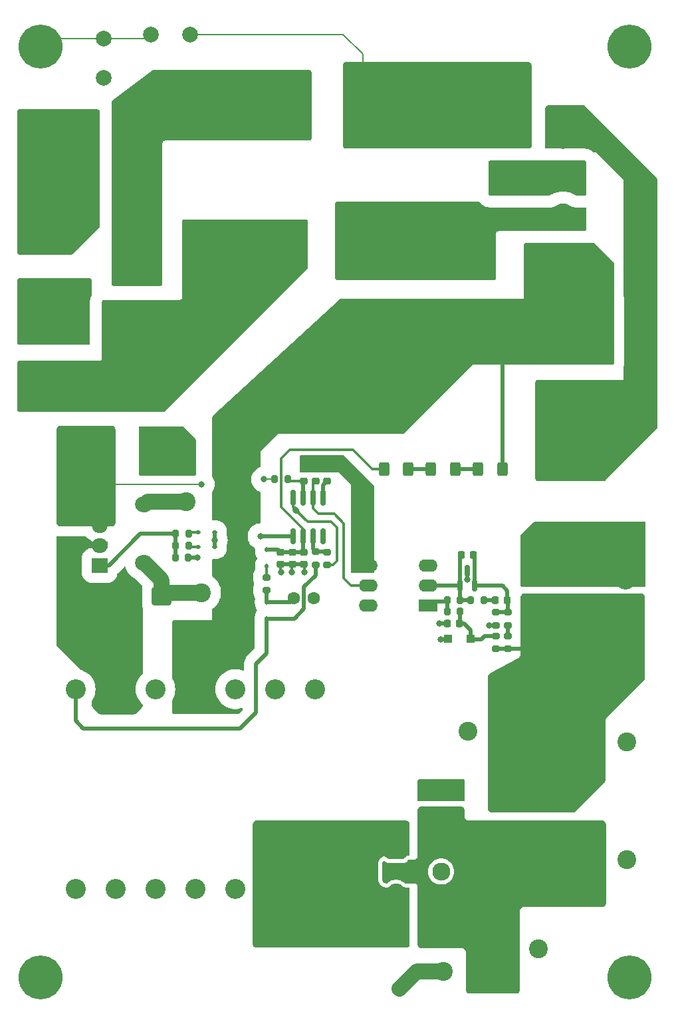
<source format=gbr>
%TF.GenerationSoftware,KiCad,Pcbnew,8.99.0-984-gafcdfd85a7*%
%TF.CreationDate,2024-06-08T13:09:11+02:00*%
%TF.ProjectId,ACDC120V24,41434443-3132-4305-9632-342e6b696361,rev?*%
%TF.SameCoordinates,Original*%
%TF.FileFunction,Copper,L1,Top*%
%TF.FilePolarity,Positive*%
%FSLAX46Y46*%
G04 Gerber Fmt 4.6, Leading zero omitted, Abs format (unit mm)*
G04 Created by KiCad (PCBNEW 8.99.0-984-gafcdfd85a7) date 2024-06-08 13:09:11*
%MOMM*%
%LPD*%
G01*
G04 APERTURE LIST*
G04 Aperture macros list*
%AMRoundRect*
0 Rectangle with rounded corners*
0 $1 Rounding radius*
0 $2 $3 $4 $5 $6 $7 $8 $9 X,Y pos of 4 corners*
0 Add a 4 corners polygon primitive as box body*
4,1,4,$2,$3,$4,$5,$6,$7,$8,$9,$2,$3,0*
0 Add four circle primitives for the rounded corners*
1,1,$1+$1,$2,$3*
1,1,$1+$1,$4,$5*
1,1,$1+$1,$6,$7*
1,1,$1+$1,$8,$9*
0 Add four rect primitives between the rounded corners*
20,1,$1+$1,$2,$3,$4,$5,0*
20,1,$1+$1,$4,$5,$6,$7,0*
20,1,$1+$1,$6,$7,$8,$9,0*
20,1,$1+$1,$8,$9,$2,$3,0*%
G04 Aperture macros list end*
%TA.AperFunction,SMDPad,CuDef*%
%ADD10RoundRect,0.200000X-0.275000X0.200000X-0.275000X-0.200000X0.275000X-0.200000X0.275000X0.200000X0*%
%TD*%
%TA.AperFunction,ComponentPad*%
%ADD11C,2.400000*%
%TD*%
%TA.AperFunction,ComponentPad*%
%ADD12O,2.400000X2.400000*%
%TD*%
%TA.AperFunction,SMDPad,CuDef*%
%ADD13RoundRect,0.200000X-0.200000X-0.275000X0.200000X-0.275000X0.200000X0.275000X-0.200000X0.275000X0*%
%TD*%
%TA.AperFunction,SMDPad,CuDef*%
%ADD14RoundRect,0.200000X0.275000X-0.200000X0.275000X0.200000X-0.275000X0.200000X-0.275000X-0.200000X0*%
%TD*%
%TA.AperFunction,ComponentPad*%
%ADD15C,3.600000*%
%TD*%
%TA.AperFunction,ConnectorPad*%
%ADD16C,5.600000*%
%TD*%
%TA.AperFunction,SMDPad,CuDef*%
%ADD17RoundRect,0.250000X-0.400000X-0.625000X0.400000X-0.625000X0.400000X0.625000X-0.400000X0.625000X0*%
%TD*%
%TA.AperFunction,ComponentPad*%
%ADD18R,3.200000X3.200000*%
%TD*%
%TA.AperFunction,ComponentPad*%
%ADD19C,3.200000*%
%TD*%
%TA.AperFunction,ComponentPad*%
%ADD20C,2.550000*%
%TD*%
%TA.AperFunction,ComponentPad*%
%ADD21C,1.800000*%
%TD*%
%TA.AperFunction,SMDPad,CuDef*%
%ADD22RoundRect,0.250000X0.475000X-0.337500X0.475000X0.337500X-0.475000X0.337500X-0.475000X-0.337500X0*%
%TD*%
%TA.AperFunction,SMDPad,CuDef*%
%ADD23RoundRect,0.225000X0.250000X-0.225000X0.250000X0.225000X-0.250000X0.225000X-0.250000X-0.225000X0*%
%TD*%
%TA.AperFunction,ComponentPad*%
%ADD24C,2.000000*%
%TD*%
%TA.AperFunction,SMDPad,CuDef*%
%ADD25RoundRect,0.225000X-0.250000X0.225000X-0.250000X-0.225000X0.250000X-0.225000X0.250000X0.225000X0*%
%TD*%
%TA.AperFunction,SMDPad,CuDef*%
%ADD26RoundRect,0.250000X-0.475000X0.337500X-0.475000X-0.337500X0.475000X-0.337500X0.475000X0.337500X0*%
%TD*%
%TA.AperFunction,ComponentPad*%
%ADD27R,2.400000X2.400000*%
%TD*%
%TA.AperFunction,ComponentPad*%
%ADD28C,1.700000*%
%TD*%
%TA.AperFunction,SMDPad,CuDef*%
%ADD29RoundRect,0.112500X-0.112500X0.187500X-0.112500X-0.187500X0.112500X-0.187500X0.112500X0.187500X0*%
%TD*%
%TA.AperFunction,SMDPad,CuDef*%
%ADD30RoundRect,0.249999X-0.450001X-1.425001X0.450001X-1.425001X0.450001X1.425001X-0.450001X1.425001X0*%
%TD*%
%TA.AperFunction,ComponentPad*%
%ADD31R,2.400000X1.600000*%
%TD*%
%TA.AperFunction,ComponentPad*%
%ADD32O,2.400000X1.600000*%
%TD*%
%TA.AperFunction,SMDPad,CuDef*%
%ADD33RoundRect,0.112500X-0.187500X-0.112500X0.187500X-0.112500X0.187500X0.112500X-0.187500X0.112500X0*%
%TD*%
%TA.AperFunction,ComponentPad*%
%ADD34C,1.600000*%
%TD*%
%TA.AperFunction,SMDPad,CuDef*%
%ADD35RoundRect,0.150000X0.150000X-0.587500X0.150000X0.587500X-0.150000X0.587500X-0.150000X-0.587500X0*%
%TD*%
%TA.AperFunction,ComponentPad*%
%ADD36C,2.300000*%
%TD*%
%TA.AperFunction,SMDPad,CuDef*%
%ADD37RoundRect,0.225000X-0.225000X-0.250000X0.225000X-0.250000X0.225000X0.250000X-0.225000X0.250000X0*%
%TD*%
%TA.AperFunction,ComponentPad*%
%ADD38RoundRect,0.250001X-1.099999X1.099999X-1.099999X-1.099999X1.099999X-1.099999X1.099999X1.099999X0*%
%TD*%
%TA.AperFunction,ComponentPad*%
%ADD39C,2.700000*%
%TD*%
%TA.AperFunction,SMDPad,CuDef*%
%ADD40RoundRect,0.250000X0.300000X0.300000X-0.300000X0.300000X-0.300000X-0.300000X0.300000X-0.300000X0*%
%TD*%
%TA.AperFunction,SMDPad,CuDef*%
%ADD41RoundRect,0.225000X0.225000X0.250000X-0.225000X0.250000X-0.225000X-0.250000X0.225000X-0.250000X0*%
%TD*%
%TA.AperFunction,SMDPad,CuDef*%
%ADD42RoundRect,0.200000X0.200000X0.275000X-0.200000X0.275000X-0.200000X-0.275000X0.200000X-0.275000X0*%
%TD*%
%TA.AperFunction,ComponentPad*%
%ADD43R,2.000000X1.905000*%
%TD*%
%TA.AperFunction,ComponentPad*%
%ADD44O,2.000000X1.905000*%
%TD*%
%TA.AperFunction,WasherPad*%
%ADD45C,2.300000*%
%TD*%
%TA.AperFunction,SMDPad,CuDef*%
%ADD46RoundRect,0.250000X1.000000X0.900000X-1.000000X0.900000X-1.000000X-0.900000X1.000000X-0.900000X0*%
%TD*%
%TA.AperFunction,SMDPad,CuDef*%
%ADD47RoundRect,0.112500X0.187500X0.112500X-0.187500X0.112500X-0.187500X-0.112500X0.187500X-0.112500X0*%
%TD*%
%TA.AperFunction,SMDPad,CuDef*%
%ADD48RoundRect,0.150000X-0.150000X0.825000X-0.150000X-0.825000X0.150000X-0.825000X0.150000X0.825000X0*%
%TD*%
%TA.AperFunction,ViaPad*%
%ADD49C,0.800000*%
%TD*%
%TA.AperFunction,Conductor*%
%ADD50C,0.200000*%
%TD*%
%TA.AperFunction,Conductor*%
%ADD51C,0.500000*%
%TD*%
%TA.AperFunction,Conductor*%
%ADD52C,0.300000*%
%TD*%
%TA.AperFunction,Conductor*%
%ADD53C,2.000000*%
%TD*%
G04 APERTURE END LIST*
D10*
%TO.P,R15,1*%
%TO.N,Net-(D5-K)*%
X96171200Y-114066200D03*
%TO.P,R15,2*%
%TO.N,/PS/24V_F*%
X96171200Y-115716200D03*
%TD*%
%TO.P,R17,1*%
%TO.N,Net-(U3-REF)*%
X97671200Y-111094200D03*
%TO.P,R17,2*%
%TO.N,Net-(R16-Pad1)*%
X97671200Y-112744200D03*
%TD*%
D11*
%TO.P,R23,1*%
%TO.N,Net-(C22-Pad2)*%
X56695000Y-96961000D03*
D12*
%TO.P,R23,2*%
%TO.N,/PS/AC_R_O*%
X61775000Y-96961000D03*
%TD*%
D13*
%TO.P,R12,1*%
%TO.N,Net-(R12-Pad1)*%
X89935000Y-111011000D03*
%TO.P,R12,2*%
%TO.N,Net-(D5-K)*%
X91585000Y-111011000D03*
%TD*%
D14*
%TO.P,R18,1*%
%TO.N,OUT_GND*%
X96171200Y-112744200D03*
%TO.P,R18,2*%
%TO.N,Net-(U3-REF)*%
X96171200Y-111094200D03*
%TD*%
D15*
%TO.P,H2,1,1*%
%TO.N,unconnected-(H2-Pad1)_2*%
X113185000Y-157561000D03*
D16*
%TO.N,unconnected-(H2-Pad1)*%
X113185000Y-157561000D03*
%TD*%
D17*
%TO.P,R6,1*%
%TO.N,Net-(R6-Pad1)*%
X93885000Y-92811000D03*
%TO.P,R6,2*%
%TO.N,/PS/AC_R_O*%
X96985000Y-92811000D03*
%TD*%
D18*
%TO.P,D6,1,+*%
%TO.N,/PS/AC_R_O*%
X104685000Y-65721000D03*
D19*
%TO.P,D6,2*%
%TO.N,/PS/AC_R_I_2*%
X104685000Y-60641000D03*
%TO.P,D6,3*%
%TO.N,/PS/AC_R_I_1*%
X104685000Y-55561000D03*
%TO.P,D6,4,-*%
%TO.N,DCR_GND*%
X104685000Y-50481000D03*
%TD*%
D20*
%TO.P,TR1,1,1*%
%TO.N,DCR_GND*%
X73102000Y-120857000D03*
%TO.P,TR1,2*%
%TO.N,N/C*%
X68022000Y-120857000D03*
%TO.P,TR1,3*%
X62942000Y-120857000D03*
%TO.P,TR1,4,4*%
%TO.N,/PS/AC_R_O*%
X57862000Y-120857000D03*
%TO.P,TR1,5*%
%TO.N,N/C*%
X52782000Y-120857000D03*
%TO.P,TR1,6,6*%
%TO.N,/PS/TR_SW*%
X47702000Y-120857000D03*
%TO.P,TR1,7,7*%
%TO.N,/PS/AUX*%
X42622000Y-120857000D03*
%TO.P,TR1,8,8*%
%TO.N,OUT_GND*%
X42622000Y-146257000D03*
%TO.P,TR1,9,9*%
X47702000Y-146257000D03*
%TO.P,TR1,10*%
%TO.N,N/C*%
X52782000Y-146257000D03*
%TO.P,TR1,11*%
X57862000Y-146257000D03*
%TO.P,TR1,12*%
X62942000Y-146257000D03*
%TO.P,TR1,13,13*%
%TO.N,Net-(D8A-A)*%
X68022000Y-146257000D03*
%TO.P,TR1,14,14*%
X73102000Y-146257000D03*
%TD*%
D21*
%TO.P,F1,1*%
%TO.N,/PS/AC_L*%
X40385000Y-69601000D03*
%TO.P,F1,2*%
%TO.N,Net-(F1-Pad2)*%
X40385000Y-64521000D03*
%TD*%
D22*
%TO.P,C17,1*%
%TO.N,/PS/24V_F*%
X100185000Y-109298500D03*
%TO.P,C17,2*%
%TO.N,OUT_GND*%
X100185000Y-107223500D03*
%TD*%
D21*
%TO.P,RV1,1*%
%TO.N,/PS/AC_L_SW*%
X50185000Y-66561000D03*
%TO.P,RV1,2*%
%TO.N,/PS/AC_N*%
X48885000Y-74061000D03*
%TD*%
D23*
%TO.P,C2,1*%
%TO.N,/PS/MOS_S*%
X71685000Y-94361000D03*
%TO.P,C2,2*%
%TO.N,GND_DC_S*%
X71685000Y-92811000D03*
%TD*%
D24*
%TO.P,SW1,1,1*%
%TO.N,Net-(F1-Pad2)*%
X43185000Y-49061000D03*
%TO.P,SW1,2,2*%
%TO.N,/PS/AC_L_SW*%
X49185000Y-48061000D03*
%TO.P,SW1,3,3*%
%TO.N,Net-(F1-Pad2)*%
X43185000Y-59061000D03*
%TO.P,SW1,4,4*%
%TO.N,/PS/AC_L_SW*%
X49185000Y-60061000D03*
%TD*%
D25*
%TO.P,C4,1*%
%TO.N,Net-(D3-K)*%
X70215000Y-103436000D03*
%TO.P,C4,2*%
%TO.N,GND_DC_P*%
X70215000Y-104986000D03*
%TD*%
D24*
%TO.P,C12,1*%
%TO.N,OUT_GND*%
X103935000Y-100811000D03*
%TO.P,C12,2*%
%TO.N,DCR_GND*%
X103935000Y-93311000D03*
%TD*%
D26*
%TO.P,C21,1*%
%TO.N,OUT_GND*%
X104235000Y-107223500D03*
%TO.P,C21,2*%
%TO.N,/PS/24V_F*%
X104235000Y-109298500D03*
%TD*%
D24*
%TO.P,C29,1*%
%TO.N,Net-(C29-Pad1)*%
X83835000Y-159011000D03*
%TO.P,C29,2*%
%TO.N,Net-(D8A-A)*%
X83835000Y-151511000D03*
%TD*%
D25*
%TO.P,C10,1*%
%TO.N,GND_DC_S*%
X73185000Y-92811000D03*
%TO.P,C10,2*%
%TO.N,/PS/OPT_C*%
X73185000Y-94361000D03*
%TD*%
D27*
%TO.P,C26,1*%
%TO.N,/PS/24V_O*%
X96598541Y-153861000D03*
D11*
%TO.P,C26,2*%
%TO.N,OUT_GND*%
X101598541Y-153861000D03*
%TD*%
D28*
%TO.P,C7,1*%
%TO.N,/PS/AC_L_SW*%
X59685000Y-44561000D03*
%TO.P,C7,2*%
%TO.N,/PS/AC_N*%
X59685000Y-67061000D03*
%TD*%
D13*
%TO.P,R3,1*%
%TO.N,Net-(Q1-G)*%
X55360000Y-101086000D03*
%TO.P,R3,2*%
%TO.N,Net-(D2-K)*%
X57010000Y-101086000D03*
%TD*%
D25*
%TO.P,C5,1*%
%TO.N,Net-(D3-K)*%
X71715000Y-103436000D03*
%TO.P,C5,2*%
%TO.N,GND_DC_P*%
X71715000Y-104986000D03*
%TD*%
D13*
%TO.P,R2,1*%
%TO.N,Net-(Q1-G)*%
X55360000Y-102561000D03*
%TO.P,R2,2*%
%TO.N,Net-(D1-A)*%
X57010000Y-102561000D03*
%TD*%
D29*
%TO.P,D4,1,K*%
%TO.N,Net-(D4-K)*%
X66935000Y-109761000D03*
%TO.P,D4,2,A*%
%TO.N,/PS/AUX*%
X66935000Y-111861000D03*
%TD*%
D27*
%TO.P,C25,1*%
%TO.N,/PS/24V_O*%
X107798541Y-142561000D03*
D11*
%TO.P,C25,2*%
%TO.N,OUT_GND*%
X112798541Y-142561000D03*
%TD*%
D30*
%TO.P,R5,1*%
%TO.N,Net-(Q1-S)*%
X45635000Y-89561000D03*
%TO.P,R5,2*%
%TO.N,GND_DC_P*%
X51735000Y-89561000D03*
%TD*%
D29*
%TO.P,D3,1,K*%
%TO.N,Net-(D3-K)*%
X66965000Y-103136000D03*
%TO.P,D3,2,A*%
%TO.N,Net-(D3-A)*%
X66965000Y-105236000D03*
%TD*%
D31*
%TO.P,U2,1*%
%TO.N,Net-(R12-Pad1)*%
X87510000Y-110186000D03*
D32*
%TO.P,U2,2*%
%TO.N,Net-(U3-K)*%
X87510000Y-107646000D03*
%TO.P,U2,3,NC*%
%TO.N,unconnected-(U2-NC-Pad3)*%
X87510000Y-105106000D03*
%TO.P,U2,4*%
%TO.N,GND_DC_S*%
X79890000Y-105106000D03*
%TO.P,U2,5*%
%TO.N,/PS/OPT_C*%
X79890000Y-107646000D03*
%TO.P,U2,6*%
%TO.N,unconnected-(U2-Pad6)*%
X79890000Y-110186000D03*
%TD*%
D28*
%TO.P,C11,1*%
%TO.N,Net-(C11-Pad1)*%
X88685000Y-44061000D03*
%TO.P,C11,2*%
%TO.N,/PS/AC_R_I_2*%
X88685000Y-66561000D03*
%TD*%
D27*
%TO.P,C16,1*%
%TO.N,/PS/AC_R_O*%
X109685000Y-77061000D03*
D11*
%TO.P,C16,2*%
%TO.N,DCR_GND*%
X109685000Y-84561000D03*
%TD*%
D26*
%TO.P,C28,1*%
%TO.N,OUT_GND*%
X88185000Y-134486000D03*
%TO.P,C28,2*%
%TO.N,/PS/24V_O*%
X88185000Y-136561000D03*
%TD*%
D33*
%TO.P,D2,1,K*%
%TO.N,Net-(D2-K)*%
X58235000Y-100886000D03*
%TO.P,D2,2,A*%
%TO.N,/PS/TR_GAT*%
X60335000Y-100886000D03*
%TD*%
D34*
%TO.P,C6,1*%
%TO.N,Net-(D4-K)*%
X70435000Y-109311000D03*
%TO.P,C6,2*%
%TO.N,GND_DC_P*%
X72935000Y-109311000D03*
%TD*%
D11*
%TO.P,R22,1*%
%TO.N,Net-(D7-K)*%
X58685000Y-108561000D03*
D12*
%TO.P,R22,2*%
%TO.N,/PS/AC_R_O*%
X63765000Y-108561000D03*
%TD*%
D27*
%TO.P,C24,1*%
%TO.N,/PS/24V_F*%
X97571459Y-126174541D03*
D11*
%TO.P,C24,2*%
%TO.N,OUT_GND*%
X92571459Y-126174541D03*
%TD*%
D35*
%TO.P,U3,1,K*%
%TO.N,Net-(U3-K)*%
X91560000Y-107698500D03*
%TO.P,U3,2,REF*%
%TO.N,Net-(U3-REF)*%
X93460000Y-107698500D03*
%TO.P,U3,3,A*%
%TO.N,OUT_GND*%
X92510000Y-105823500D03*
%TD*%
D36*
%TO.P,FL1,1,1*%
%TO.N,/PS/AC_N*%
X69185000Y-63811000D03*
%TO.P,FL1,2,2*%
%TO.N,/PS/AC_R_I_2*%
X79185000Y-63811000D03*
%TO.P,FL1,3,3*%
%TO.N,/PS/AC_L_SW*%
X69185000Y-45061000D03*
%TO.P,FL1,4,4*%
%TO.N,Net-(C11-Pad1)*%
X79185000Y-45061000D03*
%TD*%
D37*
%TO.P,C14,1*%
%TO.N,Net-(U3-K)*%
X91735000Y-103761000D03*
%TO.P,C14,2*%
%TO.N,Net-(U3-REF)*%
X93285000Y-103761000D03*
%TD*%
D17*
%TO.P,R8,1*%
%TO.N,Net-(D3-K)*%
X81885000Y-92811000D03*
%TO.P,R8,2*%
%TO.N,Net-(R7-Pad1)*%
X84985000Y-92811000D03*
%TD*%
D15*
%TO.P,H4,1,1*%
%TO.N,unconnected-(H4-Pad1)*%
X113185000Y-39061000D03*
D16*
%TO.N,unconnected-(H4-Pad1)_2*%
X113185000Y-39061000D03*
%TD*%
D24*
%TO.P,C9,1*%
%TO.N,/PS/AC_R_I_2*%
X46185000Y-43061000D03*
%TO.P,C9,2*%
%TO.N,EARTH*%
X46185000Y-38061000D03*
%TD*%
D22*
%TO.P,C27,1*%
%TO.N,/PS/24V_O*%
X90217000Y-136561000D03*
%TO.P,C27,2*%
%TO.N,OUT_GND*%
X90217000Y-134486000D03*
%TD*%
D23*
%TO.P,C1,1*%
%TO.N,Net-(U1-SS)*%
X74685000Y-94361000D03*
%TO.P,C1,2*%
%TO.N,GND_DC_S*%
X74685000Y-92811000D03*
%TD*%
D11*
%TO.P,R24,1*%
%TO.N,Net-(C29-Pad1)*%
X89435000Y-156791000D03*
D12*
%TO.P,R24,2*%
%TO.N,/PS/24V_O*%
X89435000Y-151711000D03*
%TD*%
D10*
%TO.P,R16,1*%
%TO.N,Net-(R16-Pad1)*%
X97671200Y-114066200D03*
%TO.P,R16,2*%
%TO.N,/PS/24V_F*%
X97671200Y-115716200D03*
%TD*%
D34*
%TO.P,TH1,1*%
%TO.N,/PS/AC_R_I_1*%
X97435000Y-55561000D03*
%TO.P,TH1,2*%
%TO.N,Net-(C11-Pad1)*%
X98935000Y-50561000D03*
%TD*%
D13*
%TO.P,R1,1*%
%TO.N,Net-(Q1-S)*%
X67960000Y-94161000D03*
%TO.P,R1,2*%
%TO.N,/PS/MOS_S*%
X69610000Y-94161000D03*
%TD*%
D38*
%TO.P,J1,1,Pin_1*%
%TO.N,/PS/AC_L*%
X40935000Y-74561000D03*
D39*
%TO.P,J1,2,Pin_2*%
%TO.N,/PS/AC_N*%
X40935000Y-82481000D03*
%TD*%
D37*
%TO.P,C15,1*%
%TO.N,Net-(C15-Pad1)*%
X96041200Y-109506200D03*
%TO.P,C15,2*%
%TO.N,Net-(U3-REF)*%
X97591200Y-109506200D03*
%TD*%
D17*
%TO.P,R7,1*%
%TO.N,Net-(R7-Pad1)*%
X87885000Y-92811000D03*
%TO.P,R7,2*%
%TO.N,Net-(R6-Pad1)*%
X90985000Y-92811000D03*
%TD*%
D22*
%TO.P,C20,1*%
%TO.N,/PS/24V_F*%
X106235000Y-109298500D03*
%TO.P,C20,2*%
%TO.N,OUT_GND*%
X106235000Y-107223500D03*
%TD*%
D24*
%TO.P,C8,1*%
%TO.N,Net-(C11-Pad1)*%
X57185000Y-37561000D03*
%TO.P,C8,2*%
%TO.N,EARTH*%
X52185000Y-37561000D03*
%TD*%
D13*
%TO.P,R4,1*%
%TO.N,Net-(Q1-G)*%
X55335000Y-104086000D03*
%TO.P,R4,2*%
%TO.N,GND_DC_P*%
X56985000Y-104086000D03*
%TD*%
D10*
%TO.P,R11,1*%
%TO.N,Net-(U1-OVP)*%
X74685000Y-103411000D03*
%TO.P,R11,2*%
%TO.N,GND_DC_S*%
X74685000Y-105061000D03*
%TD*%
D38*
%TO.P,J2,1,Pin_1*%
%TO.N,OUT_GND*%
X112685000Y-102843500D03*
D39*
%TO.P,J2,2,Pin_2*%
X112685000Y-106803500D03*
%TO.P,J2,3,Pin_3*%
%TO.N,/PS/24V_F*%
X112685000Y-110763500D03*
%TO.P,J2,4,Pin_4*%
X112685000Y-114723500D03*
%TD*%
D40*
%TO.P,D5,1,K*%
%TO.N,Net-(D5-K)*%
X92891200Y-114406200D03*
%TO.P,D5,2,A*%
%TO.N,OUT_GND*%
X90091200Y-114406200D03*
%TD*%
D24*
%TO.P,C22,1*%
%TO.N,Net-(D7-K)*%
X51185000Y-104811000D03*
%TO.P,C22,2*%
%TO.N,Net-(C22-Pad2)*%
X51185000Y-97311000D03*
%TD*%
D41*
%TO.P,C13,1*%
%TO.N,Net-(D5-K)*%
X91535000Y-112511000D03*
%TO.P,C13,2*%
%TO.N,OUT_GND*%
X89985000Y-112511000D03*
%TD*%
D42*
%TO.P,R13,1*%
%TO.N,Net-(U3-K)*%
X91585000Y-109511000D03*
%TO.P,R13,2*%
%TO.N,Net-(R12-Pad1)*%
X89935000Y-109511000D03*
%TD*%
D14*
%TO.P,R9,1*%
%TO.N,Net-(D4-K)*%
X66965000Y-108261000D03*
%TO.P,R9,2*%
%TO.N,Net-(D3-A)*%
X66965000Y-106611000D03*
%TD*%
D10*
%TO.P,R10,1*%
%TO.N,Net-(U1-OVP)*%
X73185000Y-103386000D03*
%TO.P,R10,2*%
%TO.N,/PS/AUX*%
X73185000Y-105036000D03*
%TD*%
D43*
%TO.P,D8,1,A*%
%TO.N,Net-(D8A-A)*%
X83437000Y-141484000D03*
D44*
%TO.P,D8,2,K*%
%TO.N,/PS/24V_O*%
X83437000Y-144024000D03*
%TO.P,D8,3,K*%
%TO.N,Net-(D8A-A)*%
X83437000Y-146564000D03*
%TD*%
D25*
%TO.P,C3,1*%
%TO.N,Net-(D3-K)*%
X68715000Y-103436000D03*
%TO.P,C3,2*%
%TO.N,GND_DC_P*%
X68715000Y-104986000D03*
%TD*%
D45*
%TO.P,HS2,*%
%TO.N,*%
X89185000Y-144061000D03*
%TD*%
D15*
%TO.P,H3,1,1*%
%TO.N,unconnected-(H3-Pad1)_1*%
X38185000Y-157561000D03*
D16*
%TO.N,unconnected-(H3-Pad1)*%
X38185000Y-157561000D03*
%TD*%
D26*
%TO.P,C18,1*%
%TO.N,OUT_GND*%
X102235000Y-107223500D03*
%TO.P,C18,2*%
%TO.N,/PS/24V_F*%
X102235000Y-109298500D03*
%TD*%
D27*
%TO.P,C23,1*%
%TO.N,/PS/24V_F*%
X107798541Y-127561000D03*
D11*
%TO.P,C23,2*%
%TO.N,OUT_GND*%
X112798541Y-127561000D03*
%TD*%
D42*
%TO.P,R14,1*%
%TO.N,Net-(C15-Pad1)*%
X94616200Y-109506200D03*
%TO.P,R14,2*%
%TO.N,Net-(U3-K)*%
X92966200Y-109506200D03*
%TD*%
D46*
%TO.P,D7,1,K*%
%TO.N,Net-(D7-K)*%
X53585000Y-109061000D03*
%TO.P,D7,2,A*%
%TO.N,/PS/TR_SW*%
X49285000Y-109061000D03*
%TD*%
D47*
%TO.P,D1,1,K*%
%TO.N,/PS/TR_GAT*%
X60335000Y-102786000D03*
%TO.P,D1,2,A*%
%TO.N,Net-(D1-A)*%
X58235000Y-102786000D03*
%TD*%
D24*
%TO.P,L1,1*%
%TO.N,/PS/24V_F*%
X98185000Y-134561000D03*
%TO.P,L1,2*%
%TO.N,/PS/24V_O*%
X98185000Y-142561000D03*
%TD*%
D48*
%TO.P,U1,1,SS*%
%TO.N,Net-(U1-SS)*%
X74120000Y-96461000D03*
%TO.P,U1,2,FB*%
%TO.N,/PS/OPT_C*%
X72850000Y-96461000D03*
%TO.P,U1,3,CS*%
%TO.N,/PS/MOS_S*%
X71580000Y-96461000D03*
%TO.P,U1,4,GND*%
%TO.N,GND_DC_S*%
X70310000Y-96461000D03*
%TO.P,U1,5,OUT*%
%TO.N,/PS/TR_GAT*%
X70310000Y-101411000D03*
%TO.P,U1,6,VDD*%
%TO.N,Net-(D3-K)*%
X71580000Y-101411000D03*
%TO.P,U1,7,OVP*%
%TO.N,Net-(U1-OVP)*%
X72850000Y-101411000D03*
%TO.P,U1,8,STATUS*%
%TO.N,unconnected-(U1-STATUS-Pad8)*%
X74120000Y-101411000D03*
%TD*%
D43*
%TO.P,Q1,1,G*%
%TO.N,Net-(Q1-G)*%
X45685000Y-105101000D03*
D44*
%TO.P,Q1,2,D*%
%TO.N,/PS/TR_SW*%
X45685000Y-102561000D03*
%TO.P,Q1,3,S*%
%TO.N,Net-(Q1-S)*%
X45685000Y-100021000D03*
%TD*%
D15*
%TO.P,H1,1,1*%
%TO.N,EARTH*%
X38185000Y-39061000D03*
D16*
X38185000Y-39061000D03*
%TD*%
D49*
%TO.N,/PS/TR_GAT*%
X66185000Y-101411000D03*
X60335000Y-101886000D03*
%TO.N,Net-(Q1-S)*%
X66633000Y-94161000D03*
X58685000Y-94761000D03*
%TO.N,DCR_GND*%
X114085000Y-74761000D03*
X114185000Y-67761000D03*
X114085000Y-76761000D03*
X114085000Y-72661000D03*
X114085000Y-70561000D03*
%TO.N,OUT_GND*%
X90685000Y-132961000D03*
X88941200Y-112506200D03*
X89185000Y-132961000D03*
X92491200Y-106906200D03*
X87535000Y-132961000D03*
X89091200Y-114506200D03*
X95291200Y-112756200D03*
%TO.N,GND_DC_S*%
X71685000Y-91561000D03*
X73185000Y-91561000D03*
X70685000Y-98061000D03*
%TO.N,GND_DC_P*%
X71785000Y-105961000D03*
X53585000Y-91361000D03*
X70185000Y-105961000D03*
X52785000Y-92961000D03*
X56985000Y-92961000D03*
X55585000Y-92961000D03*
X58160000Y-104086000D03*
X55385000Y-91361000D03*
X51385000Y-92961000D03*
X68785000Y-105961000D03*
X56985000Y-91361000D03*
X54185000Y-92961000D03*
%TD*%
D50*
%TO.N,EARTH*%
X46185000Y-38061000D02*
X39185000Y-38061000D01*
X52185000Y-38061000D02*
X46185000Y-38061000D01*
D51*
%TO.N,/PS/AC_R_O*%
X96985000Y-78461000D02*
X98135000Y-77311000D01*
X96985000Y-92811000D02*
X96985000Y-78461000D01*
X98135000Y-77311000D02*
X101435000Y-77311000D01*
%TO.N,/PS/AUX*%
X71685000Y-110661000D02*
X70485000Y-111861000D01*
X42622000Y-124898000D02*
X43585000Y-125861000D01*
X66935000Y-116311000D02*
X66935000Y-111861000D01*
X65585000Y-117661000D02*
X66935000Y-116311000D01*
X70485000Y-111861000D02*
X66935000Y-111861000D01*
X73185000Y-106361000D02*
X71685000Y-107861000D01*
X63585000Y-125861000D02*
X65585000Y-123861000D01*
X42622000Y-120857000D02*
X42622000Y-124898000D01*
X71685000Y-107861000D02*
X71685000Y-110661000D01*
X73185000Y-105036000D02*
X73185000Y-106361000D01*
X43585000Y-125861000D02*
X63585000Y-125861000D01*
X65585000Y-123861000D02*
X65585000Y-117661000D01*
%TO.N,/PS/TR_GAT*%
X66185000Y-101411000D02*
X70310000Y-101411000D01*
X60335000Y-102786000D02*
X60335000Y-100886000D01*
X60335000Y-101886000D02*
X60335000Y-100886000D01*
%TO.N,Net-(U3-REF)*%
X93460000Y-103936000D02*
X93285000Y-103761000D01*
X96983500Y-107698500D02*
X97591200Y-108306200D01*
X97591200Y-108306200D02*
X97591200Y-109506200D01*
X97671200Y-111094200D02*
X96171200Y-111094200D01*
X97671200Y-111094200D02*
X97671200Y-109586200D01*
X93460000Y-107698500D02*
X93460000Y-103936000D01*
X93460000Y-107698500D02*
X96983500Y-107698500D01*
%TO.N,/PS/MOS_S*%
X71580000Y-96461000D02*
X71580000Y-94466000D01*
D52*
X69810000Y-94361000D02*
X69610000Y-94161000D01*
X71685000Y-94361000D02*
X69810000Y-94361000D01*
%TO.N,/PS/OPT_C*%
X76785000Y-106761000D02*
X77670000Y-107646000D01*
X76785000Y-99761000D02*
X76785000Y-106761000D01*
X72850000Y-96461000D02*
X72850000Y-94696000D01*
X75585000Y-98561000D02*
X76785000Y-99761000D01*
X72850000Y-96461000D02*
X72850000Y-97826000D01*
X72850000Y-97826000D02*
X73585000Y-98561000D01*
X77670000Y-107646000D02*
X79890000Y-107646000D01*
X73585000Y-98561000D02*
X75585000Y-98561000D01*
D51*
%TO.N,Net-(U3-K)*%
X91585000Y-107723500D02*
X91560000Y-107698500D01*
X91560000Y-107698500D02*
X91560000Y-103936000D01*
X87562500Y-107698500D02*
X91560000Y-107698500D01*
X91589800Y-109506200D02*
X91585000Y-109511000D01*
X92966200Y-109506200D02*
X91589800Y-109506200D01*
X91585000Y-109511000D02*
X91585000Y-107723500D01*
X91560000Y-103936000D02*
X91735000Y-103761000D01*
X87510000Y-107646000D02*
X87562500Y-107698500D01*
D50*
%TO.N,Net-(Q1-S)*%
X66633000Y-94161000D02*
X67960000Y-94161000D01*
X47385000Y-94761000D02*
X46785000Y-94161000D01*
X58685000Y-94761000D02*
X47385000Y-94761000D01*
D51*
%TO.N,OUT_GND*%
X88946000Y-112511000D02*
X88941200Y-112506200D01*
X89985000Y-112511000D02*
X88946000Y-112511000D01*
X92510000Y-106887400D02*
X92491200Y-106906200D01*
X90110000Y-114511000D02*
X89096000Y-114511000D01*
X92510000Y-105823500D02*
X92510000Y-106887400D01*
X89991200Y-114506200D02*
X90091200Y-114406200D01*
X95303200Y-112744200D02*
X95291200Y-112756200D01*
X96171200Y-112744200D02*
X95303200Y-112744200D01*
X89096000Y-114511000D02*
X89091200Y-114506200D01*
X89091200Y-114506200D02*
X89991200Y-114506200D01*
%TO.N,Net-(D5-K)*%
X91585000Y-111011000D02*
X91585000Y-112461000D01*
X91535000Y-112511000D02*
X92096000Y-112511000D01*
X92910000Y-114511000D02*
X94286400Y-114511000D01*
X94286400Y-114511000D02*
X94731200Y-114066200D01*
X92910000Y-113325000D02*
X92910000Y-114511000D01*
X94731200Y-114066200D02*
X96171200Y-114066200D01*
X91585000Y-112461000D02*
X91535000Y-112511000D01*
X92096000Y-112511000D02*
X92910000Y-113325000D01*
%TO.N,Net-(U1-SS)*%
X74120000Y-94926000D02*
X74685000Y-94361000D01*
X74120000Y-96461000D02*
X74120000Y-94926000D01*
%TO.N,Net-(D4-K)*%
X66965000Y-109731000D02*
X66935000Y-109761000D01*
X66965000Y-108261000D02*
X66965000Y-109731000D01*
X66935000Y-109761000D02*
X69985000Y-109761000D01*
X69985000Y-109761000D02*
X70435000Y-109311000D01*
D52*
%TO.N,Net-(D2-K)*%
X58235000Y-100886000D02*
X57210000Y-100886000D01*
D50*
%TO.N,Net-(C11-Pad1)*%
X79185000Y-40061000D02*
X79185000Y-45061000D01*
X57185000Y-37561000D02*
X76685000Y-37561000D01*
X76685000Y-37561000D02*
X79185000Y-40061000D01*
D53*
%TO.N,Net-(D7-K)*%
X53585000Y-106961000D02*
X51435000Y-104811000D01*
X53585000Y-109061000D02*
X53585000Y-106961000D01*
X58685000Y-108561000D02*
X54085000Y-108561000D01*
X54085000Y-108561000D02*
X53585000Y-109061000D01*
D52*
%TO.N,Net-(D1-A)*%
X58235000Y-102786000D02*
X57235000Y-102786000D01*
D51*
%TO.N,Net-(U1-OVP)*%
X72850000Y-103051000D02*
X73185000Y-103386000D01*
X72850000Y-101411000D02*
X72850000Y-103051000D01*
X73185000Y-103386000D02*
X74660000Y-103386000D01*
%TO.N,Net-(C15-Pad1)*%
X94616200Y-109506200D02*
X96041200Y-109506200D01*
%TO.N,Net-(R6-Pad1)*%
X93885000Y-92811000D02*
X90985000Y-92811000D01*
%TO.N,Net-(Q1-G)*%
X46848554Y-105101000D02*
X45685000Y-105101000D01*
X50863554Y-101086000D02*
X46848554Y-105101000D01*
X55335000Y-102586000D02*
X55360000Y-102561000D01*
X55360000Y-102561000D02*
X55360000Y-101086000D01*
X55335000Y-104086000D02*
X55335000Y-102586000D01*
X55360000Y-101086000D02*
X50863554Y-101086000D01*
D52*
%TO.N,GND_DC_S*%
X72185000Y-99561000D02*
X70685000Y-98061000D01*
X74685000Y-105061000D02*
X75435000Y-105061000D01*
X75435000Y-105061000D02*
X75935000Y-104561000D01*
X70310000Y-97686000D02*
X70685000Y-98061000D01*
X75185000Y-99561000D02*
X72185000Y-99561000D01*
X70310000Y-96461000D02*
X70310000Y-97686000D01*
X75935000Y-104561000D02*
X75935000Y-100311000D01*
X75935000Y-100311000D02*
X75185000Y-99561000D01*
%TO.N,GND_DC_P*%
X71785000Y-105961000D02*
X71785000Y-105056000D01*
X68715000Y-105891000D02*
X68785000Y-105961000D01*
D51*
X56985000Y-104086000D02*
X58160000Y-104086000D01*
D52*
X68715000Y-104986000D02*
X68715000Y-105891000D01*
X70185000Y-105961000D02*
X70185000Y-105016000D01*
D51*
X68715000Y-104986000D02*
X71715000Y-104986000D01*
%TO.N,/PS/24V_F*%
X97671200Y-115716200D02*
X96171200Y-115716200D01*
X97671200Y-115716200D02*
X100429800Y-115716200D01*
X100429800Y-115716200D02*
X100435000Y-115711000D01*
%TO.N,Net-(R7-Pad1)*%
X87885000Y-92811000D02*
X84985000Y-92811000D01*
D53*
%TO.N,Net-(C22-Pad2)*%
X51785000Y-96961000D02*
X51435000Y-97311000D01*
X56695000Y-96961000D02*
X51785000Y-96961000D01*
%TO.N,Net-(C29-Pad1)*%
X89435000Y-156791000D02*
X86055000Y-156791000D01*
X86055000Y-156791000D02*
X83835000Y-159011000D01*
D51*
%TO.N,Net-(R12-Pad1)*%
X89935000Y-111011000D02*
X89935000Y-109511000D01*
X87510000Y-110186000D02*
X88035000Y-109661000D01*
X88035000Y-109661000D02*
X89785000Y-109661000D01*
X89785000Y-109661000D02*
X89935000Y-109511000D01*
%TO.N,Net-(R16-Pad1)*%
X97671200Y-114066200D02*
X97671200Y-112744200D01*
D52*
%TO.N,Net-(D3-K)*%
X68785000Y-91461000D02*
X68785000Y-97641001D01*
D51*
X68715000Y-103436000D02*
X70215000Y-103436000D01*
D52*
X77985000Y-90361000D02*
X69885000Y-90361000D01*
D51*
X70215000Y-103436000D02*
X71715000Y-103436000D01*
X71580000Y-101411000D02*
X71580000Y-103301000D01*
X66965000Y-103136000D02*
X68415000Y-103136000D01*
D52*
X68785000Y-97641001D02*
X71580000Y-100436001D01*
D51*
X68415000Y-103136000D02*
X68715000Y-103436000D01*
X71580000Y-103301000D02*
X71715000Y-103436000D01*
D52*
X69885000Y-90361000D02*
X68785000Y-91461000D01*
X81885000Y-92811000D02*
X80435000Y-92811000D01*
X80435000Y-92811000D02*
X77985000Y-90361000D01*
X71580000Y-100436001D02*
X71580000Y-101411000D01*
%TO.N,Net-(D3-A)*%
X66965000Y-106611000D02*
X66965000Y-105236000D01*
%TD*%
%TA.AperFunction,Conductor*%
%TO.N,Net-(Q1-S)*%
G36*
X47193059Y-87312061D02*
G01*
X47298223Y-87325906D01*
X47329491Y-87334284D01*
X47419918Y-87371740D01*
X47447952Y-87387925D01*
X47525602Y-87447509D01*
X47548491Y-87470398D01*
X47608074Y-87548048D01*
X47624259Y-87576081D01*
X47661715Y-87666508D01*
X47670093Y-87697775D01*
X47683939Y-87802939D01*
X47685000Y-87819125D01*
X47685000Y-99652874D01*
X47683939Y-99669060D01*
X47670093Y-99774224D01*
X47661715Y-99805491D01*
X47624259Y-99895918D01*
X47608074Y-99923951D01*
X47548491Y-100001601D01*
X47525601Y-100024491D01*
X47447951Y-100084074D01*
X47419918Y-100100259D01*
X47329491Y-100137715D01*
X47298224Y-100146093D01*
X47204398Y-100158446D01*
X47193058Y-100159939D01*
X47176874Y-100161000D01*
X40693126Y-100161000D01*
X40676941Y-100159939D01*
X40663917Y-100158224D01*
X40571775Y-100146093D01*
X40540508Y-100137715D01*
X40450081Y-100100259D01*
X40422048Y-100084074D01*
X40344398Y-100024491D01*
X40321508Y-100001601D01*
X40261925Y-99923951D01*
X40245740Y-99895918D01*
X40208284Y-99805491D01*
X40199906Y-99774223D01*
X40186061Y-99669059D01*
X40185000Y-99652874D01*
X40185000Y-87819125D01*
X40186061Y-87802940D01*
X40199906Y-87697776D01*
X40208284Y-87666508D01*
X40245740Y-87576081D01*
X40261923Y-87548050D01*
X40321513Y-87470392D01*
X40344392Y-87447513D01*
X40422050Y-87387923D01*
X40450079Y-87371740D01*
X40540509Y-87334283D01*
X40571775Y-87325906D01*
X40676941Y-87312061D01*
X40693126Y-87311000D01*
X47176874Y-87311000D01*
X47193059Y-87312061D01*
G37*
%TD.AperFunction*%
%TD*%
%TA.AperFunction,Conductor*%
%TO.N,Net-(D8A-A)*%
G36*
X84693059Y-137562061D02*
G01*
X84798223Y-137575906D01*
X84829491Y-137584284D01*
X84919918Y-137621740D01*
X84947952Y-137637925D01*
X85025602Y-137697509D01*
X85048491Y-137720398D01*
X85108074Y-137798048D01*
X85124259Y-137826081D01*
X85161715Y-137916508D01*
X85170093Y-137947775D01*
X85183939Y-138052939D01*
X85185000Y-138069125D01*
X85185000Y-141923500D01*
X85165315Y-141990539D01*
X85112511Y-142036294D01*
X85061000Y-142047500D01*
X85019357Y-142047500D01*
X85001089Y-142047825D01*
X84995480Y-142048025D01*
X84992199Y-142048143D01*
X84976184Y-142049001D01*
X84973896Y-142049124D01*
X84831085Y-142080191D01*
X84765616Y-142104610D01*
X84765614Y-142104610D01*
X84637343Y-142174650D01*
X84533998Y-142277992D01*
X84533984Y-142278008D01*
X84492817Y-142332999D01*
X84492209Y-142333796D01*
X84492116Y-142333937D01*
X84474103Y-142366927D01*
X84424698Y-142416332D01*
X84365271Y-142431500D01*
X82499645Y-142431500D01*
X82432606Y-142411815D01*
X82405454Y-142388148D01*
X82396670Y-142377888D01*
X82374000Y-142353100D01*
X82276138Y-142278008D01*
X82258047Y-142264126D01*
X82258043Y-142264123D01*
X82222335Y-142244070D01*
X82213976Y-142236425D01*
X82060805Y-142177212D01*
X82060800Y-142177210D01*
X82060797Y-142177209D01*
X82060795Y-142177209D01*
X81915154Y-142165050D01*
X81915151Y-142165050D01*
X81915149Y-142165050D01*
X81880276Y-142167127D01*
X81845398Y-142169205D01*
X81702235Y-142198569D01*
X81702226Y-142198572D01*
X81573135Y-142267078D01*
X81573124Y-142267085D01*
X81516707Y-142308279D01*
X81516700Y-142308285D01*
X81412131Y-142410392D01*
X81386769Y-142443444D01*
X81354539Y-142485447D01*
X81354532Y-142485456D01*
X81354530Y-142485460D01*
X81317221Y-142541296D01*
X81301043Y-142569316D01*
X81301028Y-142569344D01*
X81271323Y-142629580D01*
X81245933Y-142690879D01*
X81233879Y-142719979D01*
X81233867Y-142720010D01*
X81212285Y-142783590D01*
X81212275Y-142783621D01*
X81203901Y-142814877D01*
X81190798Y-142880755D01*
X81176955Y-142985904D01*
X81173661Y-143019342D01*
X81172600Y-143035533D01*
X81171500Y-143069138D01*
X81171500Y-145052860D01*
X81172600Y-145086465D01*
X81173661Y-145102656D01*
X81176955Y-145136094D01*
X81190798Y-145241243D01*
X81203901Y-145307121D01*
X81212280Y-145338392D01*
X81233871Y-145401996D01*
X81233875Y-145402007D01*
X81271329Y-145492429D01*
X81301035Y-145552668D01*
X81317225Y-145580709D01*
X81354529Y-145636539D01*
X81354540Y-145636554D01*
X81414121Y-145714200D01*
X81414136Y-145714217D01*
X81458412Y-145764704D01*
X81481294Y-145787586D01*
X81531781Y-145831862D01*
X81531798Y-145831877D01*
X81609444Y-145891458D01*
X81609459Y-145891469D01*
X81665289Y-145928773D01*
X81693330Y-145944963D01*
X81750477Y-145973144D01*
X81753573Y-145974671D01*
X81844000Y-146012127D01*
X81905924Y-146033147D01*
X81907601Y-146033717D01*
X81907621Y-146033723D01*
X81929306Y-146039533D01*
X81938871Y-146042096D01*
X82004746Y-146055199D01*
X82096444Y-146067272D01*
X82096443Y-146067272D01*
X82096451Y-146067273D01*
X82109919Y-146069046D01*
X82143351Y-146072339D01*
X82159536Y-146073400D01*
X82193126Y-146074500D01*
X82193140Y-146074500D01*
X82274972Y-146074500D01*
X82281317Y-146074159D01*
X82329866Y-146071557D01*
X82329873Y-146071556D01*
X82329877Y-146071556D01*
X82336870Y-146070803D01*
X82356224Y-146068723D01*
X82356243Y-146068720D01*
X82410477Y-146059932D01*
X82410479Y-146059931D01*
X82410482Y-146059931D01*
X82547424Y-146008854D01*
X82547430Y-146008850D01*
X82547434Y-146008849D01*
X82606780Y-145976443D01*
X82608266Y-145975665D01*
X82608743Y-145975371D01*
X82608742Y-145975371D01*
X82608747Y-145975369D01*
X82608749Y-145975368D01*
X82725754Y-145887778D01*
X82765344Y-145848186D01*
X82780140Y-145835549D01*
X82885000Y-145759364D01*
X82901590Y-145749198D01*
X83017090Y-145690347D01*
X83035054Y-145682904D01*
X83158365Y-145642838D01*
X83177251Y-145638304D01*
X83305291Y-145618025D01*
X83324678Y-145616500D01*
X83549321Y-145616500D01*
X83568706Y-145618025D01*
X83696746Y-145638304D01*
X83715635Y-145642839D01*
X83838939Y-145682903D01*
X83856904Y-145690344D01*
X83934399Y-145729830D01*
X83972405Y-145749195D01*
X83988996Y-145759362D01*
X84093865Y-145835554D01*
X84108660Y-145848191D01*
X84148249Y-145887780D01*
X84189147Y-145924517D01*
X84209789Y-145941151D01*
X84254368Y-145973297D01*
X84387316Y-146034014D01*
X84454355Y-146053699D01*
X84454359Y-146053700D01*
X84599029Y-146074500D01*
X85061000Y-146074500D01*
X85128039Y-146094185D01*
X85173794Y-146146989D01*
X85185000Y-146198500D01*
X85185000Y-153252874D01*
X85183939Y-153269060D01*
X85170093Y-153374224D01*
X85161715Y-153405491D01*
X85124259Y-153495918D01*
X85108074Y-153523951D01*
X85048491Y-153601601D01*
X85025601Y-153624491D01*
X84947951Y-153684074D01*
X84919918Y-153700259D01*
X84829491Y-153737715D01*
X84798224Y-153746093D01*
X84704398Y-153758446D01*
X84693058Y-153759939D01*
X84676874Y-153761000D01*
X65693126Y-153761000D01*
X65676941Y-153759939D01*
X65663917Y-153758224D01*
X65571775Y-153746093D01*
X65540508Y-153737715D01*
X65450081Y-153700259D01*
X65422048Y-153684074D01*
X65344398Y-153624491D01*
X65321508Y-153601601D01*
X65261925Y-153523951D01*
X65245740Y-153495918D01*
X65208284Y-153405491D01*
X65199906Y-153374223D01*
X65186061Y-153269059D01*
X65185000Y-153252874D01*
X65185000Y-138069125D01*
X65186061Y-138052940D01*
X65199906Y-137947776D01*
X65208284Y-137916508D01*
X65245740Y-137826081D01*
X65261923Y-137798050D01*
X65321513Y-137720392D01*
X65344392Y-137697513D01*
X65422050Y-137637923D01*
X65450079Y-137621740D01*
X65540509Y-137584283D01*
X65571775Y-137575906D01*
X65676941Y-137562061D01*
X65693126Y-137561000D01*
X84676874Y-137561000D01*
X84693059Y-137562061D01*
G37*
%TD.AperFunction*%
%TD*%
%TA.AperFunction,Conductor*%
%TO.N,/PS/AC_R_O*%
G36*
X108572707Y-64063381D02*
G01*
X108651354Y-64079024D01*
X108696046Y-64097537D01*
X108762714Y-64142083D01*
X108781504Y-64157504D01*
X111106495Y-66482495D01*
X111121916Y-66501285D01*
X111158602Y-66556189D01*
X111179480Y-66622866D01*
X111179500Y-66625080D01*
X111179500Y-70846638D01*
X111187830Y-70991021D01*
X111187834Y-70991064D01*
X111191110Y-71019361D01*
X111201151Y-71076853D01*
X111203000Y-71098186D01*
X111203000Y-71161000D01*
X99685000Y-71161000D01*
X99685000Y-64373210D01*
X99687381Y-64349029D01*
X99703025Y-64270379D01*
X99721534Y-64225693D01*
X99759168Y-64169370D01*
X99793370Y-64135168D01*
X99849693Y-64097534D01*
X99894381Y-64079024D01*
X99945377Y-64068881D01*
X99969560Y-64066500D01*
X107372775Y-64066500D01*
X107372789Y-64066500D01*
X107481690Y-64061149D01*
X107487775Y-64061000D01*
X108548525Y-64061000D01*
X108572707Y-64063381D01*
G37*
%TD.AperFunction*%
%TD*%
%TA.AperFunction,Conductor*%
%TO.N,OUT_GND*%
G36*
X92128039Y-132330685D02*
G01*
X92173794Y-132383489D01*
X92185000Y-132435000D01*
X92185000Y-134987000D01*
X92165315Y-135054039D01*
X92112511Y-135099794D01*
X92061000Y-135111000D01*
X86309000Y-135111000D01*
X86241961Y-135091315D01*
X86196206Y-135038511D01*
X86185000Y-134987000D01*
X86185000Y-132512362D01*
X86204685Y-132445323D01*
X86221319Y-132424681D01*
X86298681Y-132347319D01*
X86360004Y-132313834D01*
X86386362Y-132311000D01*
X92061000Y-132311000D01*
X92128039Y-132330685D01*
G37*
%TD.AperFunction*%
%TD*%
%TA.AperFunction,Conductor*%
%TO.N,GND_DC_S*%
G36*
X70458980Y-97419756D02*
G01*
X70462103Y-97425380D01*
X70491650Y-97552515D01*
X70491652Y-97552518D01*
X70575266Y-97614887D01*
X70631272Y-97629273D01*
X70693644Y-97645295D01*
X70694030Y-97645401D01*
X70828654Y-97685291D01*
X70831854Y-97686797D01*
X70956060Y-97770241D01*
X70961016Y-97777699D01*
X70959247Y-97786478D01*
X70957823Y-97788212D01*
X70688441Y-98058546D01*
X70680174Y-98061987D01*
X70680124Y-98061987D01*
X70295769Y-98061026D01*
X70287504Y-98057578D01*
X70284136Y-98050264D01*
X70272000Y-97899392D01*
X70271999Y-97899388D01*
X70241003Y-97786804D01*
X70241000Y-97786795D01*
X70241000Y-97786794D01*
X70204201Y-97691056D01*
X70203849Y-97689988D01*
X70173292Y-97578998D01*
X70172911Y-97576833D01*
X70161017Y-97428967D01*
X70163769Y-97420446D01*
X70171741Y-97416367D01*
X70172679Y-97416329D01*
X70450707Y-97416329D01*
X70458980Y-97419756D01*
G37*
%TD.AperFunction*%
%TD*%
%TA.AperFunction,Conductor*%
%TO.N,GND_DC_S*%
G36*
X71052203Y-97912599D02*
G01*
X71058521Y-97918946D01*
X71058705Y-97919422D01*
X71112858Y-98069284D01*
X71113095Y-98070015D01*
X71147829Y-98190352D01*
X71183678Y-98291494D01*
X71183679Y-98291495D01*
X71245121Y-98394444D01*
X71349458Y-98512376D01*
X71352373Y-98520842D01*
X71348968Y-98528401D01*
X71152401Y-98724968D01*
X71144128Y-98728395D01*
X71136376Y-98725458D01*
X71018444Y-98621121D01*
X70957001Y-98584450D01*
X70915494Y-98559678D01*
X70814352Y-98523829D01*
X70694015Y-98489095D01*
X70693284Y-98488858D01*
X70543422Y-98434705D01*
X70536806Y-98428670D01*
X70536394Y-98419725D01*
X70536578Y-98419249D01*
X70546786Y-98394443D01*
X70682437Y-98064802D01*
X70688753Y-98058457D01*
X71043249Y-97912578D01*
X71052203Y-97912599D01*
G37*
%TD.AperFunction*%
%TD*%
%TA.AperFunction,Conductor*%
%TO.N,/PS/AC_R_O*%
G36*
X111217124Y-71179103D02*
G01*
X111216241Y-71179468D01*
X111232166Y-71208633D01*
X111235000Y-71234991D01*
X111235000Y-79348789D01*
X111232617Y-79372982D01*
X111224588Y-79413344D01*
X111206072Y-79458043D01*
X111190122Y-79481913D01*
X111155913Y-79516122D01*
X111132043Y-79532072D01*
X111087344Y-79550588D01*
X111070841Y-79553870D01*
X111046978Y-79558617D01*
X111022789Y-79561000D01*
X93267838Y-79561000D01*
X93191308Y-79576222D01*
X93191304Y-79576224D01*
X93126425Y-79619575D01*
X93126417Y-79619581D01*
X84452215Y-88293784D01*
X84433425Y-88309205D01*
X84399201Y-88332073D01*
X84354501Y-88350588D01*
X84314137Y-88358617D01*
X84289946Y-88361000D01*
X68467838Y-88361000D01*
X68391308Y-88376222D01*
X68391304Y-88376224D01*
X68326425Y-88419575D01*
X68326417Y-88419581D01*
X66263581Y-90482417D01*
X66263575Y-90482425D01*
X66220224Y-90547304D01*
X66220222Y-90547308D01*
X66205000Y-90623838D01*
X66205000Y-92469169D01*
X66185315Y-92536208D01*
X66132511Y-92581963D01*
X66125883Y-92584544D01*
X66125891Y-92584563D01*
X66121392Y-92586426D01*
X66121390Y-92586427D01*
X66071894Y-92606928D01*
X65881376Y-92685843D01*
X65659859Y-92821588D01*
X65462311Y-92990311D01*
X65293588Y-93187859D01*
X65157843Y-93409376D01*
X65058427Y-93649389D01*
X64997778Y-93902009D01*
X64977396Y-94161000D01*
X64997778Y-94419990D01*
X65058427Y-94672610D01*
X65157843Y-94912623D01*
X65157845Y-94912627D01*
X65157846Y-94912628D01*
X65293588Y-95134140D01*
X65462311Y-95331689D01*
X65659860Y-95500412D01*
X65881372Y-95636154D01*
X65881374Y-95636154D01*
X65881376Y-95636156D01*
X65997294Y-95684171D01*
X66121390Y-95735573D01*
X66121392Y-95735573D01*
X66125891Y-95737437D01*
X66125257Y-95738965D01*
X66176981Y-95774321D01*
X66204190Y-95838676D01*
X66205000Y-95852830D01*
X66205000Y-99639197D01*
X66185315Y-99706236D01*
X66132511Y-99751991D01*
X66090729Y-99762815D01*
X65926009Y-99775778D01*
X65673389Y-99836427D01*
X65433376Y-99935843D01*
X65211859Y-100071588D01*
X65014311Y-100240311D01*
X64845588Y-100437859D01*
X64709843Y-100659376D01*
X64610427Y-100899389D01*
X64549778Y-101152009D01*
X64529396Y-101411000D01*
X64549778Y-101669990D01*
X64610427Y-101922610D01*
X64709843Y-102162623D01*
X64709845Y-102162627D01*
X64709846Y-102162628D01*
X64845588Y-102384140D01*
X65014311Y-102581689D01*
X65211860Y-102750412D01*
X65410122Y-102871907D01*
X65456997Y-102923718D01*
X65468420Y-102992648D01*
X65467806Y-102997028D01*
X65464500Y-103017905D01*
X65464500Y-103254097D01*
X65488142Y-103403365D01*
X65489494Y-103416184D01*
X65492269Y-103468414D01*
X65492269Y-103468415D01*
X65510184Y-103561044D01*
X65536325Y-103696208D01*
X65580587Y-103813494D01*
X65618244Y-103913280D01*
X65618249Y-103913292D01*
X65735671Y-104113385D01*
X65736390Y-104114402D01*
X65736561Y-104114902D01*
X65738338Y-104117930D01*
X65737722Y-104118291D01*
X65759027Y-104180502D01*
X65742334Y-104248349D01*
X65736390Y-104257598D01*
X65735671Y-104258614D01*
X65618249Y-104458707D01*
X65618244Y-104458719D01*
X65582888Y-104552408D01*
X65536325Y-104675792D01*
X65536324Y-104675794D01*
X65536324Y-104675796D01*
X65492269Y-104903584D01*
X65492269Y-104903585D01*
X65489501Y-104955689D01*
X65489500Y-104955728D01*
X65489500Y-105516283D01*
X65491195Y-105548198D01*
X65475093Y-105616187D01*
X65473892Y-105618246D01*
X65382417Y-105771762D01*
X65382417Y-105771763D01*
X65295040Y-105995689D01*
X65295037Y-105995699D01*
X65245706Y-106230967D01*
X65245705Y-106230970D01*
X65239500Y-106330922D01*
X65239500Y-106891055D01*
X65239501Y-106891078D01*
X65245706Y-106991031D01*
X65295037Y-107226300D01*
X65295041Y-107226310D01*
X65359273Y-107390925D01*
X65365305Y-107460534D01*
X65359273Y-107481075D01*
X65295041Y-107645689D01*
X65295037Y-107645699D01*
X65245706Y-107880967D01*
X65245705Y-107880970D01*
X65239500Y-107980922D01*
X65239500Y-108541055D01*
X65239501Y-108541078D01*
X65245706Y-108641031D01*
X65295037Y-108876300D01*
X65295040Y-108876310D01*
X65382416Y-109100235D01*
X65382418Y-109100238D01*
X65447022Y-109208657D01*
X65464500Y-109272130D01*
X65464500Y-109405170D01*
X65462664Y-109424326D01*
X65462789Y-109424342D01*
X65462267Y-109428589D01*
X65459494Y-109480812D01*
X65458142Y-109493633D01*
X65434500Y-109642902D01*
X65434500Y-109879097D01*
X65458142Y-110028365D01*
X65459494Y-110041184D01*
X65462269Y-110093414D01*
X65462269Y-110093415D01*
X65490967Y-110241799D01*
X65506325Y-110321208D01*
X65556014Y-110452876D01*
X65588244Y-110538280D01*
X65588249Y-110538292D01*
X65705671Y-110738385D01*
X65706390Y-110739402D01*
X65706561Y-110739902D01*
X65708338Y-110742930D01*
X65707722Y-110743291D01*
X65729027Y-110805502D01*
X65712334Y-110873349D01*
X65706390Y-110882598D01*
X65705671Y-110883614D01*
X65588249Y-111083707D01*
X65588244Y-111083719D01*
X65568326Y-111136500D01*
X65506325Y-111300792D01*
X65506324Y-111300794D01*
X65506324Y-111300796D01*
X65462269Y-111528584D01*
X65462269Y-111528585D01*
X65459494Y-111580815D01*
X65458142Y-111593633D01*
X65434500Y-111742902D01*
X65434500Y-115638111D01*
X65414815Y-115705150D01*
X65398181Y-115725792D01*
X64440485Y-116683487D01*
X64440484Y-116683488D01*
X64301657Y-116874565D01*
X64222288Y-117030337D01*
X64194433Y-117085003D01*
X64121446Y-117309631D01*
X64084500Y-117542902D01*
X64084500Y-118410642D01*
X64064815Y-118477681D01*
X64012011Y-118523436D01*
X63942853Y-118533380D01*
X63914853Y-118525935D01*
X63723960Y-118450356D01*
X63416163Y-118371327D01*
X63100902Y-118331500D01*
X63100891Y-118331500D01*
X62783109Y-118331500D01*
X62783097Y-118331500D01*
X62467836Y-118371327D01*
X62160034Y-118450357D01*
X62160031Y-118450358D01*
X61864576Y-118567336D01*
X61864575Y-118567337D01*
X61586094Y-118720434D01*
X61586090Y-118720436D01*
X61329004Y-118907220D01*
X61329001Y-118907223D01*
X61097352Y-119124756D01*
X60894784Y-119369618D01*
X60724513Y-119637923D01*
X60724510Y-119637929D01*
X60589209Y-119925456D01*
X60589207Y-119925461D01*
X60491008Y-120227687D01*
X60431460Y-120539848D01*
X60431459Y-120539855D01*
X60411507Y-120856994D01*
X60411507Y-120857005D01*
X60431459Y-121174144D01*
X60431460Y-121174151D01*
X60491008Y-121486312D01*
X60589207Y-121788538D01*
X60589209Y-121788543D01*
X60724510Y-122076070D01*
X60724513Y-122076076D01*
X60894784Y-122344381D01*
X60894787Y-122344385D01*
X60894788Y-122344386D01*
X61097350Y-122589242D01*
X61329003Y-122806778D01*
X61586094Y-122993566D01*
X61864568Y-123146659D01*
X61864573Y-123146661D01*
X61864575Y-123146662D01*
X61864576Y-123146663D01*
X62160031Y-123263641D01*
X62160034Y-123263642D01*
X62467836Y-123342672D01*
X62783097Y-123382499D01*
X62783106Y-123382499D01*
X62783109Y-123382500D01*
X62783111Y-123382500D01*
X63100889Y-123382500D01*
X63100891Y-123382500D01*
X63100894Y-123382499D01*
X63100902Y-123382499D01*
X63416163Y-123342672D01*
X63416167Y-123342671D01*
X63723965Y-123263642D01*
X63724056Y-123263605D01*
X63724085Y-123263603D01*
X63727675Y-123262437D01*
X63727938Y-123263249D01*
X63793632Y-123257220D01*
X63855617Y-123289464D01*
X63890329Y-123350101D01*
X63886748Y-123419878D01*
X63857399Y-123466573D01*
X63345292Y-123978681D01*
X63283969Y-124012166D01*
X63257611Y-124015000D01*
X55161211Y-124015000D01*
X55137020Y-124012617D01*
X55121744Y-124009578D01*
X55096656Y-124004588D01*
X55051956Y-123986072D01*
X55028086Y-123970122D01*
X54993877Y-123935913D01*
X54977927Y-123912043D01*
X54959412Y-123867346D01*
X54951381Y-123826971D01*
X54949000Y-123802789D01*
X54949000Y-122191656D01*
X54968303Y-122125214D01*
X54974930Y-122114770D01*
X54999488Y-122076074D01*
X55134793Y-121788537D01*
X55232993Y-121486308D01*
X55292539Y-121174155D01*
X55312493Y-120857000D01*
X55292539Y-120539845D01*
X55232993Y-120227692D01*
X55134793Y-119925463D01*
X54999488Y-119637926D01*
X54999485Y-119637922D01*
X54999482Y-119637915D01*
X54968303Y-119588784D01*
X54949000Y-119522343D01*
X54949000Y-112307210D01*
X54951381Y-112283029D01*
X54959412Y-112242651D01*
X54977927Y-112197956D01*
X54993877Y-112174086D01*
X55028086Y-112139877D01*
X55051956Y-112123927D01*
X55096653Y-112105412D01*
X55137027Y-112097381D01*
X55161211Y-112095000D01*
X59835001Y-112095000D01*
X59835002Y-112094999D01*
X59854395Y-112091142D01*
X59911535Y-112079777D01*
X59911535Y-112079776D01*
X59911537Y-112079776D01*
X59976421Y-112036421D01*
X60019776Y-111971537D01*
X60019776Y-111971535D01*
X60019777Y-111971535D01*
X60034999Y-111895004D01*
X60035000Y-111895001D01*
X60035000Y-110672333D01*
X60054685Y-110605294D01*
X60086115Y-110572015D01*
X60170241Y-110510894D01*
X60250096Y-110452876D01*
X60474869Y-110241799D01*
X60671416Y-110004216D01*
X60836635Y-109743871D01*
X60967922Y-109464873D01*
X61063206Y-109171619D01*
X61120984Y-108868736D01*
X61126347Y-108783500D01*
X61140345Y-108561005D01*
X61140345Y-108560994D01*
X61120985Y-108253274D01*
X61120984Y-108253267D01*
X61120984Y-108253264D01*
X61063206Y-107950381D01*
X60967922Y-107657127D01*
X60967919Y-107657120D01*
X60836637Y-107378132D01*
X60836633Y-107378126D01*
X60671422Y-107117793D01*
X60671420Y-107117791D01*
X60671416Y-107117784D01*
X60474869Y-106880201D01*
X60250096Y-106669124D01*
X60209148Y-106639373D01*
X60086114Y-106549983D01*
X60043449Y-106494652D01*
X60035000Y-106449665D01*
X60035000Y-104402874D01*
X60054685Y-104335835D01*
X60107489Y-104290080D01*
X60176647Y-104280136D01*
X60178399Y-104280401D01*
X60216904Y-104286500D01*
X60216908Y-104286500D01*
X60453096Y-104286500D01*
X60518183Y-104276190D01*
X60602379Y-104262855D01*
X60615186Y-104261505D01*
X60615280Y-104261500D01*
X60667412Y-104258731D01*
X60895208Y-104214675D01*
X61112282Y-104132755D01*
X61183285Y-104091088D01*
X61312385Y-104015329D01*
X61312388Y-104015327D01*
X61489770Y-103865772D01*
X61489772Y-103865770D01*
X61639327Y-103688388D01*
X61639329Y-103688385D01*
X61756749Y-103488292D01*
X61756755Y-103488282D01*
X61838675Y-103271208D01*
X61882731Y-103043412D01*
X61885500Y-102991280D01*
X61885500Y-102580720D01*
X61882731Y-102528588D01*
X61881081Y-102520057D01*
X61887675Y-102450501D01*
X61888264Y-102449053D01*
X61909573Y-102397610D01*
X61970221Y-102144994D01*
X61990604Y-101886000D01*
X61970221Y-101627006D01*
X61909573Y-101374390D01*
X61875077Y-101291112D01*
X61867609Y-101221645D01*
X61867867Y-101220262D01*
X61882731Y-101143412D01*
X61885500Y-101091280D01*
X61885500Y-100680720D01*
X61882731Y-100628588D01*
X61838675Y-100400792D01*
X61756755Y-100183718D01*
X61756749Y-100183707D01*
X61639329Y-99983614D01*
X61639327Y-99983611D01*
X61489772Y-99806229D01*
X61489770Y-99806227D01*
X61312388Y-99656672D01*
X61312385Y-99656670D01*
X61112292Y-99539250D01*
X61112280Y-99539244D01*
X61065259Y-99521499D01*
X60895208Y-99457325D01*
X60895203Y-99457324D01*
X60667414Y-99413269D01*
X60615184Y-99410494D01*
X60602365Y-99409142D01*
X60453097Y-99385500D01*
X60453092Y-99385500D01*
X60216908Y-99385500D01*
X60216907Y-99385500D01*
X60178396Y-99391599D01*
X60109103Y-99382643D01*
X60055652Y-99337646D01*
X60035013Y-99270894D01*
X60035000Y-99269125D01*
X60035000Y-95751832D01*
X60053272Y-95687043D01*
X60160154Y-95512628D01*
X60259573Y-95272610D01*
X60320221Y-95019994D01*
X60340604Y-94761000D01*
X60320221Y-94502006D01*
X60259573Y-94249390D01*
X60160154Y-94009372D01*
X60117269Y-93939390D01*
X60053272Y-93834954D01*
X60035000Y-93770165D01*
X60035000Y-86235521D01*
X60037636Y-86210090D01*
X60037768Y-86209459D01*
X60046497Y-86167804D01*
X60066915Y-86121223D01*
X60092008Y-86086052D01*
X60108923Y-86066881D01*
X76219064Y-71221757D01*
X76237372Y-71207796D01*
X76270551Y-71187068D01*
X76313296Y-71170378D01*
X76331510Y-71166948D01*
X76351725Y-71163142D01*
X76374672Y-71161000D01*
X99485001Y-71161000D01*
X111209626Y-71161000D01*
X111217124Y-71179103D01*
G37*
%TD.AperFunction*%
%TD*%
%TA.AperFunction,Conductor*%
%TO.N,OUT_GND*%
G36*
X115178039Y-99580685D02*
G01*
X115223794Y-99633489D01*
X115235000Y-99685000D01*
X115235000Y-107687000D01*
X115215315Y-107754039D01*
X115162511Y-107799794D01*
X115111000Y-107811000D01*
X99409000Y-107811000D01*
X99341961Y-107791315D01*
X99296206Y-107738511D01*
X99285000Y-107687000D01*
X99285000Y-101362362D01*
X99304685Y-101295323D01*
X99321319Y-101274681D01*
X100998681Y-99597319D01*
X101060004Y-99563834D01*
X101086362Y-99561000D01*
X115111000Y-99561000D01*
X115178039Y-99580685D01*
G37*
%TD.AperFunction*%
%TD*%
%TA.AperFunction,Conductor*%
%TO.N,/PS/24V_O*%
G36*
X91693059Y-135762061D02*
G01*
X91798223Y-135775906D01*
X91829491Y-135784284D01*
X91919918Y-135821740D01*
X91947952Y-135837925D01*
X92025602Y-135897509D01*
X92048491Y-135920398D01*
X92108074Y-135998048D01*
X92124259Y-136026081D01*
X92161715Y-136116508D01*
X92170093Y-136147775D01*
X92183939Y-136252939D01*
X92185000Y-136269125D01*
X92185000Y-137060993D01*
X92185001Y-137061009D01*
X92202036Y-137190408D01*
X92202038Y-137190413D01*
X92251984Y-137310995D01*
X92251984Y-137310996D01*
X92251986Y-137310999D01*
X92251987Y-137311000D01*
X92331447Y-137414553D01*
X92435000Y-137494013D01*
X92435003Y-137494014D01*
X92435004Y-137494015D01*
X92495295Y-137518988D01*
X92555590Y-137543963D01*
X92685000Y-137561000D01*
X109676874Y-137561000D01*
X109693059Y-137562061D01*
X109798223Y-137575906D01*
X109829491Y-137584284D01*
X109919918Y-137621740D01*
X109947952Y-137637925D01*
X110025602Y-137697509D01*
X110048491Y-137720398D01*
X110108074Y-137798048D01*
X110124259Y-137826081D01*
X110161715Y-137916508D01*
X110170093Y-137947775D01*
X110183939Y-138052939D01*
X110185000Y-138069125D01*
X110185000Y-148052874D01*
X110183939Y-148069060D01*
X110170093Y-148174224D01*
X110161715Y-148205491D01*
X110124259Y-148295918D01*
X110108074Y-148323951D01*
X110048491Y-148401601D01*
X110025601Y-148424491D01*
X109947951Y-148484074D01*
X109919918Y-148500259D01*
X109829491Y-148537715D01*
X109798224Y-148546093D01*
X109704398Y-148558446D01*
X109693058Y-148559939D01*
X109676874Y-148561000D01*
X99685000Y-148561000D01*
X99684994Y-148561000D01*
X99684990Y-148561001D01*
X99555591Y-148578036D01*
X99555586Y-148578038D01*
X99435004Y-148627984D01*
X99435003Y-148627984D01*
X99331447Y-148707447D01*
X99251984Y-148811003D01*
X99251984Y-148811004D01*
X99202038Y-148931586D01*
X99202036Y-148931591D01*
X99185001Y-149060990D01*
X99185000Y-149061006D01*
X99185000Y-159102874D01*
X99183939Y-159119060D01*
X99170093Y-159224224D01*
X99161715Y-159255491D01*
X99124259Y-159345918D01*
X99108074Y-159373951D01*
X99048491Y-159451601D01*
X99025601Y-159474491D01*
X98947951Y-159534074D01*
X98919918Y-159550259D01*
X98829491Y-159587715D01*
X98798224Y-159596093D01*
X98704398Y-159608446D01*
X98693058Y-159609939D01*
X98676874Y-159611000D01*
X92843126Y-159611000D01*
X92826941Y-159609939D01*
X92813917Y-159608224D01*
X92721775Y-159596093D01*
X92690508Y-159587715D01*
X92600081Y-159550259D01*
X92572048Y-159534074D01*
X92494398Y-159474491D01*
X92471508Y-159451601D01*
X92411925Y-159373951D01*
X92395740Y-159345918D01*
X92358284Y-159255491D01*
X92349906Y-159224223D01*
X92336061Y-159119059D01*
X92335000Y-159102874D01*
X92335000Y-154311006D01*
X92335000Y-154311000D01*
X92317963Y-154181590D01*
X92268015Y-154061004D01*
X92268015Y-154061003D01*
X92268013Y-154061000D01*
X92188553Y-153957447D01*
X92085000Y-153877987D01*
X92084997Y-153877986D01*
X92084995Y-153877984D01*
X91964413Y-153828038D01*
X91964408Y-153828036D01*
X91835009Y-153811001D01*
X91835006Y-153811000D01*
X91835000Y-153811000D01*
X91834993Y-153811000D01*
X86693126Y-153811000D01*
X86676941Y-153809939D01*
X86663917Y-153808224D01*
X86571775Y-153796093D01*
X86540508Y-153787715D01*
X86450081Y-153750259D01*
X86422048Y-153734074D01*
X86344398Y-153674491D01*
X86321508Y-153651601D01*
X86261925Y-153573951D01*
X86245740Y-153545918D01*
X86208284Y-153455491D01*
X86199906Y-153424223D01*
X86186061Y-153319059D01*
X86185000Y-153302874D01*
X86185000Y-146061006D01*
X86185000Y-146061000D01*
X86167963Y-145931590D01*
X86118015Y-145811004D01*
X86118015Y-145811003D01*
X86118013Y-145811000D01*
X86038553Y-145707447D01*
X85935000Y-145627987D01*
X85934997Y-145627986D01*
X85934995Y-145627984D01*
X85814413Y-145578038D01*
X85814408Y-145578036D01*
X85685009Y-145561001D01*
X85685006Y-145561000D01*
X85685000Y-145561000D01*
X85684993Y-145561000D01*
X84599029Y-145561000D01*
X84531990Y-145541315D01*
X84511348Y-145524681D01*
X84436280Y-145449613D01*
X84436278Y-145449611D01*
X84250231Y-145314440D01*
X84045333Y-145210039D01*
X83826618Y-145138973D01*
X83599488Y-145103000D01*
X83599483Y-145103000D01*
X83274517Y-145103000D01*
X83274512Y-145103000D01*
X83047381Y-145138973D01*
X82828666Y-145210039D01*
X82623768Y-145314440D01*
X82437719Y-145449613D01*
X82362652Y-145524681D01*
X82301329Y-145558166D01*
X82274971Y-145561000D01*
X82193126Y-145561000D01*
X82176941Y-145559939D01*
X82163473Y-145558166D01*
X82071775Y-145546093D01*
X82040508Y-145537715D01*
X81950081Y-145500259D01*
X81922048Y-145484074D01*
X81844398Y-145424491D01*
X81821508Y-145401601D01*
X81761925Y-145323951D01*
X81745740Y-145295918D01*
X81708284Y-145205491D01*
X81699906Y-145174223D01*
X81686061Y-145069059D01*
X81685000Y-145052874D01*
X81685000Y-144061000D01*
X87521372Y-144061000D01*
X87541854Y-144321249D01*
X87602796Y-144575089D01*
X87602797Y-144575091D01*
X87702696Y-144816271D01*
X87839095Y-145038853D01*
X87839098Y-145038858D01*
X87893881Y-145103000D01*
X88008637Y-145237363D01*
X88098883Y-145314440D01*
X88207141Y-145406901D01*
X88207146Y-145406904D01*
X88429728Y-145543303D01*
X88513582Y-145578036D01*
X88670911Y-145643204D01*
X88924751Y-145704146D01*
X89185000Y-145724628D01*
X89445249Y-145704146D01*
X89699089Y-145643204D01*
X89940271Y-145543303D01*
X90162856Y-145406903D01*
X90361363Y-145237363D01*
X90530903Y-145038856D01*
X90667303Y-144816271D01*
X90767204Y-144575089D01*
X90828146Y-144321249D01*
X90848628Y-144061000D01*
X90828146Y-143800751D01*
X90767204Y-143546911D01*
X90667303Y-143305729D01*
X90667303Y-143305728D01*
X90530904Y-143083146D01*
X90530901Y-143083141D01*
X90415288Y-142947776D01*
X90361363Y-142884637D01*
X90252839Y-142791949D01*
X90162858Y-142715098D01*
X90162853Y-142715095D01*
X89940271Y-142578696D01*
X89699091Y-142478797D01*
X89699089Y-142478796D01*
X89525445Y-142437107D01*
X89445250Y-142417854D01*
X89185000Y-142397372D01*
X88924749Y-142417854D01*
X88764357Y-142456361D01*
X88670911Y-142478796D01*
X88670909Y-142478796D01*
X88670908Y-142478797D01*
X88429728Y-142578696D01*
X88207146Y-142715095D01*
X88207141Y-142715098D01*
X88008637Y-142884637D01*
X87839098Y-143083141D01*
X87839095Y-143083146D01*
X87702696Y-143305728D01*
X87611403Y-143526131D01*
X87602796Y-143546911D01*
X87541854Y-143800751D01*
X87521372Y-144061000D01*
X81685000Y-144061000D01*
X81685000Y-143069125D01*
X81686061Y-143052940D01*
X81699906Y-142947776D01*
X81708284Y-142916508D01*
X81720346Y-142887388D01*
X81745740Y-142826079D01*
X81761923Y-142798050D01*
X81819515Y-142722996D01*
X81875940Y-142681796D01*
X81945686Y-142677641D01*
X82006606Y-142711853D01*
X82017155Y-142724174D01*
X82073739Y-142799761D01*
X82190796Y-142887389D01*
X82327799Y-142938489D01*
X82355050Y-142941418D01*
X82388345Y-142944999D01*
X82388362Y-142945000D01*
X84485638Y-142945000D01*
X84485654Y-142944999D01*
X84512692Y-142942091D01*
X84546201Y-142938489D01*
X84683204Y-142887389D01*
X84800261Y-142799761D01*
X84887889Y-142682704D01*
X84903196Y-142641664D01*
X84945067Y-142585733D01*
X85010531Y-142561316D01*
X85019377Y-142561000D01*
X85684993Y-142561000D01*
X85685000Y-142561000D01*
X85814410Y-142543963D01*
X85934995Y-142494015D01*
X85934996Y-142494015D01*
X85934996Y-142494014D01*
X85935000Y-142494013D01*
X86038553Y-142414553D01*
X86118013Y-142311000D01*
X86167963Y-142190410D01*
X86185000Y-142061000D01*
X86185000Y-136269125D01*
X86186061Y-136252940D01*
X86199906Y-136147776D01*
X86208284Y-136116508D01*
X86245740Y-136026081D01*
X86261923Y-135998050D01*
X86321513Y-135920392D01*
X86344392Y-135897513D01*
X86422050Y-135837923D01*
X86450079Y-135821740D01*
X86540509Y-135784283D01*
X86571775Y-135775906D01*
X86676941Y-135762061D01*
X86693126Y-135761000D01*
X91676874Y-135761000D01*
X91693059Y-135762061D01*
G37*
%TD.AperFunction*%
%TD*%
%TA.AperFunction,Conductor*%
%TO.N,GND_DC_S*%
G36*
X76700677Y-91080685D02*
G01*
X76721319Y-91097319D01*
X80648681Y-95024681D01*
X80682166Y-95086004D01*
X80685000Y-95112362D01*
X80685000Y-105937000D01*
X80665315Y-106004039D01*
X80612511Y-106049794D01*
X80561000Y-106061000D01*
X77809000Y-106061000D01*
X77741961Y-106041315D01*
X77696206Y-105988511D01*
X77685000Y-105937000D01*
X77685000Y-94811000D01*
X76135000Y-93261000D01*
X71309000Y-93261000D01*
X71241961Y-93241315D01*
X71196206Y-93188511D01*
X71185000Y-93137000D01*
X71185000Y-91185000D01*
X71204685Y-91117961D01*
X71257489Y-91072206D01*
X71309000Y-91061000D01*
X76633638Y-91061000D01*
X76700677Y-91080685D01*
G37*
%TD.AperFunction*%
%TD*%
%TA.AperFunction,Conductor*%
%TO.N,DCR_GND*%
G36*
X112435000Y-82561000D02*
G01*
X107935000Y-82561000D01*
X107935000Y-87111000D01*
X115385000Y-87111000D01*
X116685000Y-85811000D01*
X116685000Y-87567525D01*
X116682617Y-87591716D01*
X116666976Y-87670348D01*
X116648461Y-87715048D01*
X116603916Y-87781714D01*
X116588495Y-87800504D01*
X110112504Y-94276495D01*
X110093714Y-94291916D01*
X110027048Y-94336461D01*
X109982348Y-94354976D01*
X109903716Y-94370617D01*
X109879525Y-94373000D01*
X101497211Y-94373000D01*
X101473020Y-94370617D01*
X101394387Y-94354976D01*
X101349689Y-94336462D01*
X101293373Y-94298833D01*
X101259166Y-94264626D01*
X101221535Y-94208308D01*
X101203024Y-94163618D01*
X101187381Y-94084971D01*
X101185000Y-94060789D01*
X101185000Y-81823210D01*
X101187381Y-81799029D01*
X101203025Y-81720379D01*
X101221534Y-81675693D01*
X101259168Y-81619370D01*
X101293370Y-81585168D01*
X101349693Y-81547534D01*
X101394379Y-81529025D01*
X101473028Y-81513381D01*
X101497211Y-81511000D01*
X112135001Y-81511000D01*
X112435000Y-81511000D01*
X112435000Y-82561000D01*
G37*
%TD.AperFunction*%
%TD*%
%TA.AperFunction,Conductor*%
%TO.N,/PS/24V_F*%
G36*
X112609064Y-108661316D02*
G01*
X112684999Y-108666747D01*
X112685000Y-108666747D01*
X112685001Y-108666747D01*
X112760936Y-108661316D01*
X112769782Y-108661000D01*
X114626874Y-108661000D01*
X114643059Y-108662061D01*
X114748223Y-108675906D01*
X114779491Y-108684284D01*
X114869918Y-108721740D01*
X114897952Y-108737925D01*
X114975602Y-108797509D01*
X114998491Y-108820398D01*
X115058074Y-108898048D01*
X115074259Y-108926081D01*
X115111715Y-109016508D01*
X115120093Y-109047775D01*
X115133939Y-109152939D01*
X115135000Y-109169125D01*
X115135000Y-119395767D01*
X115133939Y-119411953D01*
X115120093Y-119517117D01*
X115111715Y-119548383D01*
X115074260Y-119638808D01*
X115058075Y-119666842D01*
X114993496Y-119751003D01*
X114982801Y-119763198D01*
X110281451Y-124464547D01*
X110281445Y-124464554D01*
X110201987Y-124568106D01*
X110201984Y-124568111D01*
X110152038Y-124688693D01*
X110152036Y-124688698D01*
X110135001Y-124818097D01*
X110135000Y-124818113D01*
X110135000Y-132345767D01*
X110133939Y-132361953D01*
X110120093Y-132467117D01*
X110111715Y-132498383D01*
X110074260Y-132588808D01*
X110058075Y-132616842D01*
X109993496Y-132701003D01*
X109982801Y-132713198D01*
X106287198Y-136408801D01*
X106275003Y-136419496D01*
X106190842Y-136484075D01*
X106162808Y-136500260D01*
X106072383Y-136537715D01*
X106041117Y-136546093D01*
X105947291Y-136558446D01*
X105935951Y-136559939D01*
X105919767Y-136561000D01*
X95643126Y-136561000D01*
X95626941Y-136559939D01*
X95613917Y-136558224D01*
X95521775Y-136546093D01*
X95490508Y-136537715D01*
X95400081Y-136500259D01*
X95372048Y-136484074D01*
X95294398Y-136424491D01*
X95271508Y-136401601D01*
X95211925Y-136323951D01*
X95195740Y-136295918D01*
X95158284Y-136205491D01*
X95149906Y-136174223D01*
X95136061Y-136069059D01*
X95135000Y-136052874D01*
X95135000Y-119267529D01*
X95136119Y-119250910D01*
X95150716Y-119142980D01*
X95159544Y-119110938D01*
X95198984Y-119018507D01*
X95216008Y-118989962D01*
X95278583Y-118911330D01*
X95302575Y-118888333D01*
X95390605Y-118824184D01*
X95404679Y-118815310D01*
X99022653Y-116860774D01*
X99130974Y-116781838D01*
X99214434Y-116676963D01*
X99267036Y-116553685D01*
X99285000Y-116420863D01*
X99285000Y-109169125D01*
X99286061Y-109152940D01*
X99299906Y-109047776D01*
X99308284Y-109016508D01*
X99345740Y-108926081D01*
X99361923Y-108898050D01*
X99421513Y-108820392D01*
X99444392Y-108797513D01*
X99522050Y-108737923D01*
X99550079Y-108721740D01*
X99640509Y-108684283D01*
X99671775Y-108675906D01*
X99776941Y-108662061D01*
X99793126Y-108661000D01*
X112600218Y-108661000D01*
X112609064Y-108661316D01*
G37*
%TD.AperFunction*%
%TD*%
%TA.AperFunction,Conductor*%
%TO.N,GND_DC_P*%
G36*
X56300677Y-87430685D02*
G01*
X56321319Y-87447319D01*
X57898681Y-89024681D01*
X57932166Y-89086004D01*
X57935000Y-89112362D01*
X57935000Y-93537000D01*
X57915315Y-93604039D01*
X57862511Y-93649794D01*
X57811000Y-93661000D01*
X50809000Y-93661000D01*
X50741961Y-93641315D01*
X50696206Y-93588511D01*
X50685000Y-93537000D01*
X50685000Y-87535000D01*
X50704685Y-87467961D01*
X50757489Y-87422206D01*
X50809000Y-87411000D01*
X56233638Y-87411000D01*
X56300677Y-87430685D01*
G37*
%TD.AperFunction*%
%TD*%
%TA.AperFunction,Conductor*%
%TO.N,/PS/AC_R_I_1*%
G36*
X104313134Y-53562752D02*
G01*
X104316837Y-53563381D01*
X104337307Y-53566859D01*
X104685000Y-53586385D01*
X105032693Y-53566859D01*
X105053554Y-53563314D01*
X105056866Y-53562752D01*
X105077637Y-53561000D01*
X107372789Y-53561000D01*
X107396971Y-53563381D01*
X107475618Y-53579024D01*
X107520308Y-53597535D01*
X107576626Y-53635166D01*
X107610833Y-53669373D01*
X107648462Y-53725688D01*
X107666976Y-53770387D01*
X107682617Y-53849019D01*
X107685000Y-53873210D01*
X107685000Y-57748789D01*
X107682617Y-57772980D01*
X107666976Y-57851612D01*
X107648462Y-57896311D01*
X107610836Y-57952623D01*
X107576623Y-57986836D01*
X107520311Y-58024462D01*
X107475612Y-58042976D01*
X107396980Y-58058617D01*
X107372789Y-58061000D01*
X106446317Y-58061000D01*
X106379278Y-58041315D01*
X106374562Y-58038130D01*
X106337164Y-58011595D01*
X106032374Y-57843144D01*
X105965741Y-57815544D01*
X105710644Y-57709879D01*
X105543328Y-57661676D01*
X105376017Y-57613474D01*
X105376009Y-57613472D01*
X105032700Y-57555142D01*
X105032688Y-57555140D01*
X104685000Y-57535615D01*
X104337311Y-57555140D01*
X104337299Y-57555142D01*
X103993990Y-57613472D01*
X103993982Y-57613474D01*
X103659359Y-57709878D01*
X103659356Y-57709879D01*
X103565419Y-57748789D01*
X103337625Y-57843144D01*
X103032835Y-58011595D01*
X102995438Y-58038130D01*
X102929372Y-58060869D01*
X102923683Y-58061000D01*
X95497211Y-58061000D01*
X95473020Y-58058617D01*
X95394387Y-58042976D01*
X95349689Y-58024462D01*
X95293373Y-57986833D01*
X95259166Y-57952626D01*
X95221535Y-57896308D01*
X95203024Y-57851618D01*
X95187381Y-57772971D01*
X95185000Y-57748789D01*
X95185000Y-53873210D01*
X95187381Y-53849029D01*
X95203025Y-53770379D01*
X95221534Y-53725693D01*
X95259168Y-53669370D01*
X95293370Y-53635168D01*
X95349693Y-53597534D01*
X95394379Y-53579025D01*
X95473028Y-53563381D01*
X95497211Y-53561000D01*
X104292363Y-53561000D01*
X104313134Y-53562752D01*
G37*
%TD.AperFunction*%
%TD*%
%TA.AperFunction,Conductor*%
%TO.N,/PS/AC_R_I_2*%
G36*
X94028967Y-58830685D02*
G01*
X94056380Y-58854659D01*
X94194601Y-59017157D01*
X94194609Y-59017166D01*
X94194617Y-59017175D01*
X94194625Y-59017183D01*
X94228818Y-59051377D01*
X94266987Y-59088224D01*
X94266992Y-59088229D01*
X94410320Y-59201688D01*
X94456964Y-59238612D01*
X94513280Y-59276241D01*
X94557916Y-59304941D01*
X94773573Y-59415368D01*
X94818271Y-59433882D01*
X94867624Y-59453313D01*
X95100680Y-59519549D01*
X95100695Y-59519552D01*
X95100699Y-59519553D01*
X95179308Y-59535189D01*
X95179313Y-59535190D01*
X95325431Y-59556865D01*
X95349622Y-59559248D01*
X95497211Y-59566500D01*
X95497225Y-59566500D01*
X102923667Y-59566500D01*
X102923683Y-59566500D01*
X102958341Y-59566101D01*
X102964030Y-59565970D01*
X103184638Y-59544570D01*
X103419335Y-59484409D01*
X103485401Y-59461670D01*
X103658399Y-59389801D01*
X103747275Y-59336940D01*
X103750679Y-59334988D01*
X103761071Y-59329244D01*
X103761072Y-59329245D01*
X103985782Y-59205051D01*
X103998300Y-59199023D01*
X104141547Y-59139690D01*
X104141549Y-59139690D01*
X104150952Y-59135794D01*
X104164066Y-59131205D01*
X104322837Y-59085463D01*
X104336384Y-59082371D01*
X104499275Y-59054695D01*
X104513073Y-59053141D01*
X104678054Y-59043877D01*
X104691944Y-59043877D01*
X104856922Y-59053141D01*
X104870724Y-59054696D01*
X105001007Y-59076832D01*
X105033604Y-59082371D01*
X105047161Y-59085465D01*
X105126548Y-59108336D01*
X105126547Y-59108336D01*
X105177746Y-59123085D01*
X105205921Y-59131203D01*
X105205932Y-59131206D01*
X105219057Y-59135799D01*
X105371700Y-59199025D01*
X105384230Y-59205059D01*
X105554482Y-59299155D01*
X105556145Y-59300091D01*
X105728895Y-59399082D01*
X105955118Y-59485828D01*
X106022157Y-59505513D01*
X106204818Y-59547004D01*
X106446317Y-59566500D01*
X106446326Y-59566500D01*
X107372775Y-59566500D01*
X107372789Y-59566500D01*
X107520378Y-59559248D01*
X107544569Y-59556865D01*
X107544635Y-59556855D01*
X107545757Y-59556717D01*
X107545876Y-59556736D01*
X107546085Y-59556716D01*
X107546090Y-59556771D01*
X107614708Y-59568012D01*
X107666607Y-59614791D01*
X107685000Y-59679777D01*
X107685000Y-62248789D01*
X107682617Y-62272980D01*
X107666976Y-62351612D01*
X107648462Y-62396311D01*
X107610836Y-62452623D01*
X107576623Y-62486836D01*
X107520311Y-62524462D01*
X107475612Y-62542976D01*
X107396980Y-62558617D01*
X107372789Y-62561000D01*
X96484995Y-62561000D01*
X96370197Y-62583834D01*
X96370196Y-62583835D01*
X96272868Y-62648868D01*
X96207835Y-62746196D01*
X96207834Y-62746197D01*
X96185000Y-62860995D01*
X96185000Y-68498789D01*
X96182617Y-68522980D01*
X96166976Y-68601612D01*
X96148462Y-68646311D01*
X96110836Y-68702623D01*
X96076623Y-68736836D01*
X96020311Y-68774462D01*
X95975612Y-68792976D01*
X95896980Y-68808617D01*
X95872789Y-68811000D01*
X75997211Y-68811000D01*
X75973020Y-68808617D01*
X75894387Y-68792976D01*
X75849689Y-68774462D01*
X75793373Y-68736833D01*
X75759166Y-68702626D01*
X75721535Y-68646308D01*
X75703024Y-68601618D01*
X75687381Y-68522971D01*
X75685000Y-68498789D01*
X75685000Y-59123210D01*
X75687381Y-59099029D01*
X75703025Y-59020379D01*
X75721534Y-58975693D01*
X75759168Y-58919370D01*
X75793370Y-58885168D01*
X75849693Y-58847534D01*
X75894379Y-58829025D01*
X75973028Y-58813381D01*
X75997211Y-58811000D01*
X93961928Y-58811000D01*
X94028967Y-58830685D01*
G37*
%TD.AperFunction*%
%TD*%
%TA.AperFunction,Conductor*%
%TO.N,Net-(C11-Pad1)*%
G36*
X100396971Y-41063381D02*
G01*
X100475618Y-41079024D01*
X100520308Y-41097535D01*
X100576626Y-41135166D01*
X100610833Y-41169373D01*
X100648462Y-41225688D01*
X100666976Y-41270387D01*
X100682617Y-41349019D01*
X100685000Y-41373210D01*
X100685000Y-51748789D01*
X100682617Y-51772980D01*
X100666976Y-51851612D01*
X100648462Y-51896311D01*
X100610836Y-51952623D01*
X100576623Y-51986836D01*
X100520311Y-52024462D01*
X100475612Y-52042976D01*
X100396980Y-52058617D01*
X100372789Y-52061000D01*
X76997211Y-52061000D01*
X76973020Y-52058617D01*
X76894387Y-52042976D01*
X76849689Y-52024462D01*
X76793373Y-51986833D01*
X76759166Y-51952626D01*
X76721535Y-51896308D01*
X76703024Y-51851618D01*
X76687381Y-51772971D01*
X76685000Y-51748789D01*
X76685000Y-41373210D01*
X76687381Y-41349029D01*
X76703025Y-41270379D01*
X76721534Y-41225693D01*
X76759168Y-41169370D01*
X76793370Y-41135168D01*
X76849693Y-41097534D01*
X76894379Y-41079025D01*
X76973028Y-41063381D01*
X76997211Y-41061000D01*
X100372789Y-41061000D01*
X100396971Y-41063381D01*
G37*
%TD.AperFunction*%
%TD*%
%TA.AperFunction,Conductor*%
%TO.N,/PS/TR_SW*%
G36*
X40333182Y-101375990D02*
G01*
X40407896Y-101390852D01*
X40500038Y-101402983D01*
X40513032Y-101404694D01*
X40594814Y-101412750D01*
X40610999Y-101413811D01*
X40693126Y-101416500D01*
X43870333Y-101416500D01*
X43937372Y-101436185D01*
X43968708Y-101465013D01*
X43977638Y-101476651D01*
X43977647Y-101476661D01*
X44181838Y-101680852D01*
X44181844Y-101680857D01*
X44410953Y-101856658D01*
X44571689Y-101949459D01*
X44661039Y-102001046D01*
X44661044Y-102001048D01*
X44661047Y-102001050D01*
X44788421Y-102053810D01*
X44927846Y-102111562D01*
X44927847Y-102111562D01*
X44927849Y-102111563D01*
X45206794Y-102186306D01*
X45493108Y-102224000D01*
X45493115Y-102224000D01*
X45876885Y-102224000D01*
X45876892Y-102224000D01*
X46163206Y-102186306D01*
X46442151Y-102111563D01*
X46563547Y-102061278D01*
X46633016Y-102053810D01*
X46695496Y-102085085D01*
X46731148Y-102145174D01*
X46735000Y-102175840D01*
X46735000Y-102774000D01*
X46715315Y-102841039D01*
X46662511Y-102886794D01*
X46611000Y-102898000D01*
X44620791Y-102898000D01*
X44620776Y-102898001D01*
X44488586Y-102908404D01*
X44488579Y-102908405D01*
X44270321Y-102963402D01*
X44270318Y-102963403D01*
X44065377Y-103056491D01*
X44065367Y-103056497D01*
X43880354Y-103184674D01*
X43880342Y-103184684D01*
X43721184Y-103343842D01*
X43721174Y-103343854D01*
X43592997Y-103528867D01*
X43592991Y-103528877D01*
X43499903Y-103733818D01*
X43499902Y-103733821D01*
X43444905Y-103952079D01*
X43444904Y-103952086D01*
X43434500Y-104084277D01*
X43434500Y-106117708D01*
X43434501Y-106117723D01*
X43444904Y-106249913D01*
X43444905Y-106249920D01*
X43499902Y-106468178D01*
X43499903Y-106468181D01*
X43592991Y-106673122D01*
X43592997Y-106673132D01*
X43721174Y-106858145D01*
X43721178Y-106858150D01*
X43721181Y-106858154D01*
X43880346Y-107017319D01*
X43880350Y-107017322D01*
X43880354Y-107017325D01*
X44019603Y-107113797D01*
X44065374Y-107145507D01*
X44270317Y-107238596D01*
X44270321Y-107238597D01*
X44488579Y-107293594D01*
X44488581Y-107293594D01*
X44488588Y-107293596D01*
X44620783Y-107304000D01*
X46749216Y-107303999D01*
X46881412Y-107293596D01*
X47099683Y-107238596D01*
X47304626Y-107145507D01*
X47489654Y-107017319D01*
X47648819Y-106858154D01*
X47777007Y-106673126D01*
X47870096Y-106468183D01*
X47925096Y-106249912D01*
X47930342Y-106183250D01*
X47955224Y-106117966D01*
X47966271Y-106105308D01*
X48787787Y-105283792D01*
X48849108Y-105250309D01*
X48918800Y-105255293D01*
X48974733Y-105297165D01*
X48997083Y-105347284D01*
X49006517Y-105394714D01*
X49006521Y-105394729D01*
X49101349Y-105674080D01*
X49231825Y-105938660D01*
X49231829Y-105938667D01*
X49395725Y-106183955D01*
X49590241Y-106405758D01*
X49812044Y-106600274D01*
X50057332Y-106764170D01*
X50057339Y-106764174D01*
X50321922Y-106894652D01*
X50323105Y-106895142D01*
X50323638Y-106895498D01*
X50325564Y-106896448D01*
X50325438Y-106896701D01*
X50363336Y-106922023D01*
X51099828Y-107658515D01*
X51133313Y-107719838D01*
X51133508Y-107771642D01*
X51090919Y-107974757D01*
X51090918Y-107974764D01*
X51084500Y-108078149D01*
X51084500Y-110043850D01*
X51090918Y-110147235D01*
X51090919Y-110147238D01*
X51141950Y-110390615D01*
X51141952Y-110390621D01*
X51176517Y-110479200D01*
X51185000Y-110524276D01*
X51185000Y-118838540D01*
X51165315Y-118905579D01*
X51145884Y-118928932D01*
X50937352Y-119124756D01*
X50734784Y-119369618D01*
X50564513Y-119637923D01*
X50564510Y-119637929D01*
X50429209Y-119925456D01*
X50429207Y-119925461D01*
X50331008Y-120227687D01*
X50271460Y-120539848D01*
X50271459Y-120539855D01*
X50251507Y-120856994D01*
X50251507Y-120857005D01*
X50271459Y-121174144D01*
X50271460Y-121174151D01*
X50331008Y-121486312D01*
X50429207Y-121788538D01*
X50429209Y-121788543D01*
X50564510Y-122076070D01*
X50564513Y-122076076D01*
X50734784Y-122344381D01*
X50734787Y-122344385D01*
X50734788Y-122344386D01*
X50937350Y-122589242D01*
X51142406Y-122781801D01*
X51177799Y-122842041D01*
X51180460Y-122888378D01*
X51170093Y-122967117D01*
X51161715Y-122998383D01*
X51124260Y-123088808D01*
X51108075Y-123116842D01*
X51043496Y-123201003D01*
X51032801Y-123213198D01*
X50337198Y-123908801D01*
X50325003Y-123919496D01*
X50240842Y-123984075D01*
X50212808Y-124000260D01*
X50122383Y-124037715D01*
X50091117Y-124046093D01*
X49997291Y-124058446D01*
X49985951Y-124059939D01*
X49969767Y-124061000D01*
X45900233Y-124061000D01*
X45884048Y-124059939D01*
X45871024Y-124058224D01*
X45778882Y-124046093D01*
X45747616Y-124037715D01*
X45657191Y-124000260D01*
X45629157Y-123984075D01*
X45544996Y-123919496D01*
X45532801Y-123908801D01*
X44837198Y-123213198D01*
X44826503Y-123201003D01*
X44761924Y-123116842D01*
X44745739Y-123088808D01*
X44708284Y-122998383D01*
X44699906Y-122967116D01*
X44686061Y-122861952D01*
X44685000Y-122845767D01*
X44685000Y-122355534D01*
X44704303Y-122289092D01*
X44748501Y-122219445D01*
X44839488Y-122076074D01*
X44974793Y-121788537D01*
X45072993Y-121486308D01*
X45132539Y-121174155D01*
X45152493Y-120857000D01*
X45132539Y-120539845D01*
X45072993Y-120227692D01*
X44974793Y-119925463D01*
X44839488Y-119637926D01*
X44669212Y-119369614D01*
X44466650Y-119124758D01*
X44234997Y-118907222D01*
X44234995Y-118907220D01*
X43977909Y-118720436D01*
X43977908Y-118720435D01*
X43977906Y-118720434D01*
X43699432Y-118567341D01*
X43699429Y-118567339D01*
X43699424Y-118567337D01*
X43699423Y-118567336D01*
X43403969Y-118450359D01*
X43281277Y-118418857D01*
X43224434Y-118386434D01*
X40337198Y-115499198D01*
X40326503Y-115487003D01*
X40261924Y-115402842D01*
X40245739Y-115374808D01*
X40208284Y-115284383D01*
X40199906Y-115253116D01*
X40186061Y-115147952D01*
X40185000Y-115131767D01*
X40185000Y-101497609D01*
X40204685Y-101430570D01*
X40257489Y-101384815D01*
X40326647Y-101374871D01*
X40333182Y-101375990D01*
G37*
%TD.AperFunction*%
%TD*%
%TA.AperFunction,Conductor*%
%TO.N,/PS/AC_N*%
G36*
X71896971Y-61063381D02*
G01*
X71975618Y-61079024D01*
X72020308Y-61097535D01*
X72076626Y-61135166D01*
X72110833Y-61169373D01*
X72148462Y-61225688D01*
X72166976Y-61270387D01*
X72182617Y-61349019D01*
X72185000Y-61373210D01*
X72185000Y-67174525D01*
X72182617Y-67198716D01*
X72166976Y-67277348D01*
X72148461Y-67322048D01*
X72103916Y-67388714D01*
X72088495Y-67407504D01*
X54031504Y-85464495D01*
X54012714Y-85479916D01*
X53946048Y-85524461D01*
X53901348Y-85542976D01*
X53822716Y-85558617D01*
X53798525Y-85561000D01*
X35497211Y-85561000D01*
X35473020Y-85558617D01*
X35394387Y-85542976D01*
X35349689Y-85524462D01*
X35293373Y-85486833D01*
X35259166Y-85452626D01*
X35221535Y-85396308D01*
X35203024Y-85351618D01*
X35187381Y-85272971D01*
X35185000Y-85248789D01*
X35185000Y-79373210D01*
X35187381Y-79349029D01*
X35203025Y-79270379D01*
X35221534Y-79225693D01*
X35259168Y-79169370D01*
X35293370Y-79135168D01*
X35349693Y-79097534D01*
X35394379Y-79079025D01*
X35473028Y-79063381D01*
X35497211Y-79061000D01*
X45635001Y-79061000D01*
X45635002Y-79060999D01*
X45673612Y-79053319D01*
X45749802Y-79038165D01*
X45749802Y-79038164D01*
X45749805Y-79038164D01*
X45847132Y-78973132D01*
X45912164Y-78875805D01*
X45935000Y-78761000D01*
X45935000Y-71623210D01*
X45937381Y-71599029D01*
X45953025Y-71520379D01*
X45971534Y-71475693D01*
X46009168Y-71419370D01*
X46043370Y-71385168D01*
X46099693Y-71347534D01*
X46144379Y-71329025D01*
X46223028Y-71313381D01*
X46247211Y-71311000D01*
X55885001Y-71311000D01*
X55885002Y-71310999D01*
X55923612Y-71303319D01*
X55999802Y-71288165D01*
X55999802Y-71288164D01*
X55999805Y-71288164D01*
X56097132Y-71223132D01*
X56162164Y-71125805D01*
X56185000Y-71011000D01*
X56185000Y-61373210D01*
X56187381Y-61349029D01*
X56203025Y-61270379D01*
X56221534Y-61225693D01*
X56259168Y-61169370D01*
X56293370Y-61135168D01*
X56349693Y-61097534D01*
X56394379Y-61079025D01*
X56473028Y-61063381D01*
X56497211Y-61061000D01*
X71872789Y-61061000D01*
X71896971Y-61063381D01*
G37*
%TD.AperFunction*%
%TD*%
%TA.AperFunction,Conductor*%
%TO.N,Net-(F1-Pad2)*%
G36*
X45396971Y-47063381D02*
G01*
X45475618Y-47079024D01*
X45520308Y-47097535D01*
X45576626Y-47135166D01*
X45610833Y-47169373D01*
X45648462Y-47225688D01*
X45666976Y-47270387D01*
X45682617Y-47349019D01*
X45685000Y-47373210D01*
X45685000Y-61908525D01*
X45682617Y-61932716D01*
X45666976Y-62011348D01*
X45648461Y-62056048D01*
X45603916Y-62122714D01*
X45588495Y-62141504D01*
X42265504Y-65464495D01*
X42246714Y-65479916D01*
X42180048Y-65524461D01*
X42135348Y-65542976D01*
X42056716Y-65558617D01*
X42032525Y-65561000D01*
X35497211Y-65561000D01*
X35473020Y-65558617D01*
X35394387Y-65542976D01*
X35349689Y-65524462D01*
X35293373Y-65486833D01*
X35259166Y-65452626D01*
X35221535Y-65396308D01*
X35203024Y-65351618D01*
X35187381Y-65272971D01*
X35185000Y-65248789D01*
X35185000Y-47373210D01*
X35187381Y-47349029D01*
X35203025Y-47270379D01*
X35221534Y-47225693D01*
X35259168Y-47169370D01*
X35293370Y-47135168D01*
X35349693Y-47097534D01*
X35394379Y-47079025D01*
X35473028Y-47063381D01*
X35497211Y-47061000D01*
X45372789Y-47061000D01*
X45396971Y-47063381D01*
G37*
%TD.AperFunction*%
%TD*%
%TA.AperFunction,Conductor*%
%TO.N,/PS/AC_L_SW*%
G36*
X72388971Y-42071381D02*
G01*
X72467618Y-42087024D01*
X72512308Y-42105535D01*
X72568626Y-42143166D01*
X72602833Y-42177373D01*
X72640462Y-42233688D01*
X72658976Y-42278387D01*
X72674617Y-42357019D01*
X72677000Y-42381210D01*
X72677000Y-50748789D01*
X72674617Y-50772980D01*
X72658976Y-50851612D01*
X72640462Y-50896311D01*
X72602836Y-50952623D01*
X72568623Y-50986836D01*
X72512311Y-51024462D01*
X72467612Y-51042976D01*
X72388980Y-51058617D01*
X72364789Y-51061000D01*
X53984995Y-51061000D01*
X53870197Y-51083834D01*
X53870196Y-51083835D01*
X53772868Y-51148868D01*
X53707835Y-51246196D01*
X53707834Y-51246197D01*
X53685000Y-51360995D01*
X53685000Y-69248789D01*
X53682617Y-69272980D01*
X53666976Y-69351612D01*
X53648462Y-69396311D01*
X53610836Y-69452623D01*
X53576623Y-69486836D01*
X53520311Y-69524462D01*
X53475612Y-69542976D01*
X53396980Y-69558617D01*
X53372789Y-69561000D01*
X47497211Y-69561000D01*
X47473020Y-69558617D01*
X47394387Y-69542976D01*
X47349689Y-69524462D01*
X47293373Y-69486833D01*
X47259166Y-69452626D01*
X47221535Y-69396308D01*
X47203024Y-69351618D01*
X47187381Y-69272971D01*
X47185000Y-69248789D01*
X47185000Y-46220602D01*
X47186478Y-46201514D01*
X47196244Y-46138827D01*
X47207856Y-46102463D01*
X47231885Y-46054405D01*
X47254008Y-46023299D01*
X47298300Y-45977872D01*
X47312677Y-45965242D01*
X52419672Y-42134995D01*
X52436518Y-42124362D01*
X52438450Y-42123349D01*
X52494975Y-42093733D01*
X52532659Y-42081171D01*
X52574184Y-42074433D01*
X52597802Y-42070601D01*
X52617663Y-42069000D01*
X72364789Y-42069000D01*
X72388971Y-42071381D01*
G37*
%TD.AperFunction*%
%TD*%
%TA.AperFunction,Conductor*%
%TO.N,DCR_GND*%
G36*
X107322707Y-46563381D02*
G01*
X107401354Y-46579024D01*
X107446046Y-46597537D01*
X107512714Y-46642083D01*
X107531504Y-46657504D01*
X116588495Y-55714495D01*
X116603916Y-55733285D01*
X116648461Y-55799951D01*
X116666976Y-55844651D01*
X116682617Y-55923283D01*
X116685000Y-55947474D01*
X116685000Y-85811000D01*
X115385000Y-87111000D01*
X115260736Y-87111000D01*
X108235000Y-87111000D01*
X107935000Y-87111000D01*
X107935000Y-82561000D01*
X112135000Y-82561000D01*
X112249805Y-82538164D01*
X112347132Y-82473132D01*
X112412164Y-82375805D01*
X112435000Y-82261000D01*
X112435000Y-79747405D01*
X112440041Y-79712408D01*
X112455961Y-79658295D01*
X112463990Y-79617933D01*
X112482070Y-79496053D01*
X112484453Y-79471860D01*
X112490500Y-79348789D01*
X112490500Y-71234991D01*
X112483305Y-71100774D01*
X112480471Y-71074416D01*
X112475251Y-71032506D01*
X112438280Y-70874967D01*
X112435000Y-70846637D01*
X112435000Y-56185263D01*
X112434999Y-56185259D01*
X112412165Y-56070461D01*
X112412163Y-56070457D01*
X112347135Y-55973136D01*
X112347129Y-55973128D01*
X109022871Y-52648870D01*
X109022863Y-52648864D01*
X108925542Y-52583836D01*
X108925538Y-52583834D01*
X108810740Y-52561000D01*
X108810736Y-52561000D01*
X108680544Y-52561000D01*
X108613505Y-52541315D01*
X108603580Y-52534224D01*
X108413049Y-52383397D01*
X108413045Y-52383394D01*
X108356727Y-52345763D01*
X108338468Y-52334023D01*
X108312091Y-52317062D01*
X108096447Y-52206639D01*
X108096440Y-52206636D01*
X108096432Y-52206632D01*
X108051742Y-52188121D01*
X108051741Y-52188120D01*
X108051713Y-52188109D01*
X108002371Y-52168683D01*
X108002360Y-52168680D01*
X107769312Y-52102449D01*
X107690682Y-52086808D01*
X107690668Y-52086806D01*
X107544508Y-52065127D01*
X107544489Y-52065125D01*
X107520317Y-52062745D01*
X107465960Y-52060075D01*
X107372789Y-52055500D01*
X105077637Y-52055500D01*
X105077630Y-52055500D01*
X104951101Y-52060826D01*
X104930331Y-52062578D01*
X104904116Y-52065902D01*
X104895471Y-52066692D01*
X104691951Y-52078121D01*
X104678046Y-52078121D01*
X104474499Y-52066690D01*
X104465849Y-52065899D01*
X104439681Y-52062579D01*
X104418891Y-52060825D01*
X104292370Y-52055500D01*
X104292363Y-52055500D01*
X102559000Y-52055500D01*
X102491961Y-52035815D01*
X102446206Y-51983011D01*
X102435000Y-51931500D01*
X102435000Y-46947474D01*
X102437381Y-46923293D01*
X102453025Y-46844643D01*
X102471536Y-46799955D01*
X102516088Y-46733278D01*
X102531499Y-46714500D01*
X102588500Y-46657499D01*
X102607278Y-46642088D01*
X102673955Y-46597536D01*
X102718643Y-46579025D01*
X102797292Y-46563381D01*
X102821475Y-46561000D01*
X107298525Y-46561000D01*
X107322707Y-46563381D01*
G37*
%TD.AperFunction*%
%TD*%
%TA.AperFunction,Conductor*%
%TO.N,/PS/AC_L*%
G36*
X44396971Y-68563381D02*
G01*
X44475618Y-68579024D01*
X44520308Y-68597535D01*
X44576626Y-68635166D01*
X44610833Y-68669373D01*
X44648462Y-68725688D01*
X44666976Y-68770387D01*
X44682617Y-68849019D01*
X44685000Y-68873210D01*
X44685000Y-70665843D01*
X44671372Y-70722359D01*
X44580622Y-70899586D01*
X44562130Y-70944232D01*
X44542688Y-70993614D01*
X44476452Y-71226676D01*
X44476451Y-71226680D01*
X44460803Y-71305348D01*
X44439127Y-71451494D01*
X44436746Y-71475675D01*
X44436746Y-71475683D01*
X44429500Y-71623210D01*
X44429500Y-71623223D01*
X44429500Y-76937000D01*
X44409815Y-77004039D01*
X44357011Y-77049794D01*
X44305500Y-77061000D01*
X35497211Y-77061000D01*
X35473020Y-77058617D01*
X35394387Y-77042976D01*
X35349689Y-77024462D01*
X35293373Y-76986833D01*
X35259166Y-76952626D01*
X35221535Y-76896308D01*
X35203024Y-76851618D01*
X35187381Y-76772971D01*
X35185000Y-76748789D01*
X35185000Y-68873210D01*
X35187381Y-68849029D01*
X35203025Y-68770379D01*
X35221534Y-68725693D01*
X35259168Y-68669370D01*
X35293370Y-68635168D01*
X35349693Y-68597534D01*
X35394379Y-68579025D01*
X35473028Y-68563381D01*
X35497211Y-68561000D01*
X44372789Y-68561000D01*
X44396971Y-68563381D01*
G37*
%TD.AperFunction*%
%TD*%
M02*

</source>
